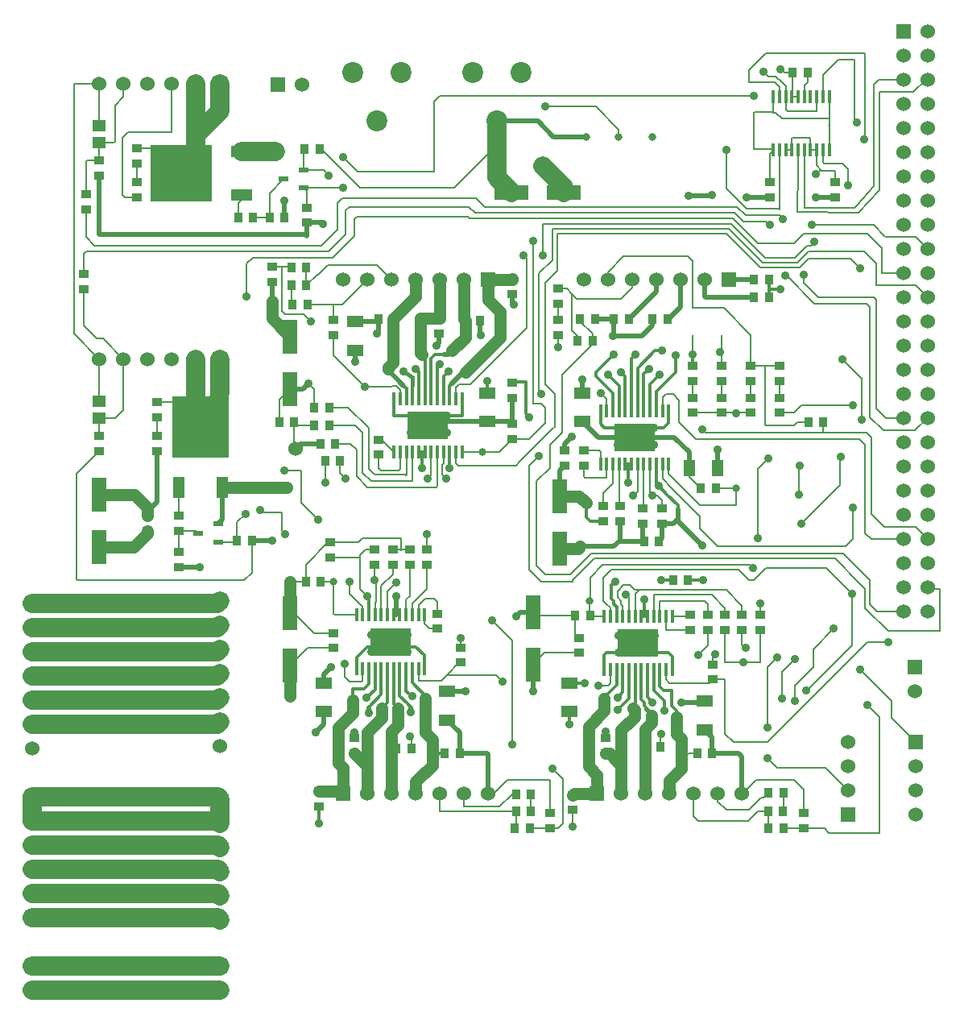
<source format=gtl>
G04 (created by PCBNEW (2013-05-18 BZR 4017)-stable) date Thu 09 Jul 2015 13:05:19 BST*
%MOIN*%
G04 Gerber Fmt 3.4, Leading zero omitted, Abs format*
%FSLAX34Y34*%
G01*
G70*
G90*
G04 APERTURE LIST*
%ADD10C,0.00590551*%
%ADD11R,0.0906X0.0512*%
%ADD12R,0.2559X0.2323*%
%ADD13C,0.0315*%
%ADD14R,0.0165X0.0579*%
%ADD15C,0.06*%
%ADD16R,0.0394X0.0236*%
%ADD17R,0.0709X0.0453*%
%ADD18R,0.0374X0.0394*%
%ADD19R,0.0394X0.0374*%
%ADD20R,0.06X0.06*%
%ADD21R,0.0512X0.0906*%
%ADD22R,0.2323X0.2559*%
%ADD23R,0.1417X0.063*%
%ADD24R,0.063X0.1417*%
%ADD25R,0.0571X0.0453*%
%ADD26C,0.0866*%
%ADD27R,0.1701X0.1181*%
%ADD28C,0.0354*%
%ADD29R,0.0453X0.0709*%
%ADD30C,0.035*%
%ADD31C,0.008*%
%ADD32C,0.0198*%
%ADD33C,0.0137795*%
%ADD34C,0.0787402*%
%ADD35C,0.0488*%
%ADD36C,0.0197*%
%ADD37C,0.015748*%
G04 APERTURE END LIST*
G54D10*
G54D11*
X41500Y-26400D03*
G54D12*
X39000Y-25500D03*
G54D11*
X41500Y-24600D03*
G54D13*
X51450Y-37050D03*
X45300Y-42400D03*
G54D14*
X64522Y-24552D03*
X64778Y-24552D03*
X65034Y-24552D03*
X65290Y-24552D03*
X63758Y-22350D03*
X63754Y-24552D03*
X64010Y-24552D03*
X64266Y-24552D03*
X65546Y-22348D03*
X65290Y-22348D03*
X65034Y-22348D03*
X64778Y-22348D03*
X64522Y-22348D03*
X64266Y-22348D03*
X65546Y-24552D03*
X64010Y-22350D03*
X63498Y-24552D03*
X65802Y-24552D03*
X65802Y-22348D03*
X63498Y-22348D03*
G54D15*
X43708Y-36904D03*
G54D16*
X40516Y-40775D03*
X39684Y-40400D03*
X40516Y-40025D03*
X44066Y-26125D03*
X43234Y-25750D03*
X44066Y-25375D03*
G54D17*
X51650Y-34609D03*
X51650Y-35791D03*
X46200Y-32841D03*
X46200Y-31659D03*
X44900Y-46609D03*
X44900Y-47791D03*
X50000Y-46959D03*
X50000Y-48141D03*
G54D18*
X53415Y-52600D03*
X52785Y-52600D03*
X45365Y-36700D03*
X44735Y-36700D03*
X43535Y-29400D03*
X44165Y-29400D03*
X64285Y-21350D03*
X64915Y-21350D03*
X41965Y-27350D03*
X41335Y-27350D03*
G54D19*
X35600Y-25615D03*
X35600Y-24985D03*
X35600Y-37015D03*
X35600Y-36385D03*
X37150Y-25885D03*
X37150Y-26515D03*
X38000Y-36385D03*
X38000Y-37015D03*
X38900Y-41815D03*
X38900Y-41185D03*
X44200Y-26935D03*
X44200Y-27565D03*
G54D18*
X41285Y-40700D03*
X41915Y-40700D03*
G54D19*
X38900Y-40315D03*
X38900Y-39685D03*
X47750Y-41715D03*
X47750Y-41085D03*
X47000Y-41085D03*
X47000Y-41715D03*
X50550Y-45135D03*
X50550Y-45765D03*
X45300Y-31585D03*
X45300Y-32215D03*
G54D18*
X44935Y-37400D03*
X45565Y-37400D03*
X43265Y-27350D03*
X42635Y-27350D03*
X43585Y-30950D03*
X44215Y-30950D03*
X53465Y-51200D03*
X52835Y-51200D03*
G54D19*
X63350Y-26515D03*
X63350Y-25885D03*
G54D20*
X40600Y-43200D03*
G54D15*
X40600Y-44200D03*
X40600Y-45200D03*
X40600Y-46200D03*
X40600Y-47200D03*
X40600Y-48200D03*
X40600Y-49200D03*
G54D20*
X32829Y-43313D03*
G54D15*
X32829Y-44313D03*
X32829Y-45313D03*
X32829Y-46313D03*
X32829Y-47313D03*
X32829Y-48313D03*
X32829Y-49313D03*
G54D20*
X45700Y-51181D03*
G54D15*
X46700Y-51181D03*
X47700Y-51181D03*
X48700Y-51181D03*
X49700Y-51181D03*
X50700Y-51181D03*
X51700Y-51181D03*
G54D20*
X51700Y-29900D03*
G54D15*
X50700Y-29900D03*
X49700Y-29900D03*
X48700Y-29900D03*
X47700Y-29900D03*
X46700Y-29900D03*
X45700Y-29900D03*
G54D20*
X40600Y-21800D03*
G54D15*
X39600Y-21800D03*
X38600Y-21800D03*
X37600Y-21800D03*
X36600Y-21800D03*
X35600Y-21800D03*
G54D20*
X66600Y-52050D03*
G54D15*
X66600Y-51050D03*
X66600Y-50050D03*
X66600Y-49050D03*
G54D20*
X69400Y-49050D03*
G54D15*
X69400Y-50050D03*
X69400Y-51050D03*
X69400Y-52050D03*
G54D20*
X32829Y-58313D03*
G54D15*
X32829Y-59313D03*
G54D20*
X69350Y-45950D03*
G54D15*
X69350Y-46950D03*
G54D20*
X68874Y-19639D03*
G54D15*
X69874Y-19639D03*
X68874Y-24639D03*
X69874Y-20639D03*
X68874Y-25639D03*
X69874Y-21639D03*
X68874Y-26639D03*
X69874Y-22639D03*
X68874Y-27639D03*
X69874Y-23639D03*
X68874Y-28639D03*
X69874Y-24639D03*
X68874Y-29639D03*
X69874Y-25639D03*
X68874Y-30639D03*
X69874Y-26639D03*
X68874Y-31639D03*
X69874Y-27639D03*
X68874Y-32639D03*
X69874Y-28639D03*
X68874Y-33639D03*
X69874Y-29639D03*
X68874Y-34639D03*
X69874Y-30639D03*
X69874Y-31639D03*
X68874Y-35639D03*
X69874Y-32639D03*
X69874Y-34639D03*
X69874Y-35639D03*
X69874Y-36639D03*
X69874Y-37639D03*
X68874Y-36639D03*
X68874Y-37639D03*
X68874Y-20639D03*
X68874Y-21639D03*
X68874Y-22639D03*
X68874Y-23639D03*
X68874Y-38639D03*
X69874Y-38639D03*
X69874Y-33639D03*
X68874Y-39639D03*
X69874Y-39639D03*
X68874Y-40639D03*
X69874Y-40639D03*
X68874Y-41639D03*
X69874Y-41639D03*
X68874Y-42639D03*
X69874Y-42639D03*
X68874Y-43639D03*
X69874Y-43639D03*
G54D19*
X38000Y-34985D03*
X38000Y-35600D03*
X37150Y-24485D03*
X37150Y-25100D03*
G54D18*
X44165Y-30150D03*
X43550Y-30150D03*
X52835Y-51900D03*
X53450Y-51900D03*
G54D21*
X38900Y-38500D03*
G54D22*
X39800Y-36000D03*
G54D21*
X40700Y-38500D03*
G54D23*
X52667Y-26300D03*
X54833Y-26300D03*
G54D24*
X43500Y-34433D03*
X43500Y-32267D03*
X43500Y-45883D03*
X43500Y-43717D03*
X35600Y-38817D03*
X35600Y-40983D03*
G54D25*
X35600Y-24254D03*
X35600Y-23546D03*
X35600Y-35654D03*
X35600Y-34946D03*
G54D18*
X43665Y-35800D03*
X43035Y-35800D03*
G54D19*
X45300Y-44535D03*
X45300Y-45165D03*
X52700Y-36515D03*
X52700Y-35885D03*
G54D18*
X44765Y-42400D03*
X44135Y-42400D03*
G54D19*
X54250Y-52615D03*
X54250Y-51985D03*
X42750Y-29385D03*
X42750Y-30015D03*
X66050Y-26515D03*
X66050Y-25885D03*
X52700Y-34185D03*
X52700Y-34815D03*
X48450Y-41715D03*
X48450Y-41085D03*
X49150Y-41715D03*
X49150Y-41085D03*
X45150Y-41415D03*
X45150Y-40785D03*
G54D18*
X45115Y-35200D03*
X44485Y-35200D03*
X45115Y-35950D03*
X44485Y-35950D03*
G54D20*
X32829Y-51313D03*
G54D15*
X32829Y-52313D03*
X32829Y-53313D03*
X32829Y-54313D03*
G54D20*
X32829Y-56313D03*
G54D15*
X32829Y-55313D03*
G54D20*
X40600Y-33200D03*
G54D15*
X39600Y-33200D03*
X38600Y-33200D03*
X37600Y-33200D03*
X36600Y-33200D03*
X35600Y-33200D03*
G54D20*
X40600Y-51400D03*
G54D15*
X40600Y-52400D03*
X40600Y-53400D03*
X40600Y-54400D03*
X40600Y-55400D03*
X40600Y-56400D03*
G54D20*
X40600Y-58300D03*
G54D15*
X40600Y-59300D03*
G54D26*
X52050Y-23350D03*
X53050Y-21350D03*
X51050Y-21350D03*
X47100Y-23350D03*
X48100Y-21350D03*
X46100Y-21350D03*
G54D18*
X49885Y-49500D03*
X50515Y-49500D03*
X48515Y-49300D03*
X47885Y-49300D03*
G54D19*
X46150Y-49515D03*
X46150Y-48885D03*
X44700Y-51715D03*
X44700Y-51085D03*
G54D18*
X47765Y-31550D03*
X47135Y-31550D03*
G54D19*
X49650Y-32165D03*
X49650Y-31535D03*
G54D18*
X50735Y-31600D03*
X51365Y-31600D03*
G54D19*
X52700Y-30515D03*
X52700Y-29885D03*
X47150Y-36535D03*
X47150Y-37165D03*
X49600Y-44365D03*
X49600Y-43735D03*
X37600Y-39685D03*
X37600Y-40315D03*
G54D18*
X44715Y-24500D03*
X44085Y-24500D03*
G54D19*
X60150Y-35415D03*
X60150Y-34800D03*
X61350Y-35415D03*
X61350Y-34800D03*
X62550Y-35415D03*
X62550Y-34800D03*
X63750Y-35415D03*
X63750Y-34800D03*
X60150Y-34115D03*
X60150Y-33485D03*
X61350Y-34115D03*
X61350Y-33485D03*
X62550Y-34115D03*
X62550Y-33485D03*
X63750Y-34115D03*
X63750Y-33485D03*
X35050Y-27015D03*
X35050Y-26385D03*
X34950Y-29685D03*
X34950Y-30315D03*
G54D14*
X49072Y-37052D03*
X49328Y-37052D03*
X49584Y-37052D03*
X49840Y-37052D03*
X48308Y-34850D03*
X48304Y-37052D03*
X48560Y-37052D03*
X48816Y-37052D03*
X50096Y-34848D03*
X49840Y-34848D03*
X49584Y-34848D03*
X49328Y-34848D03*
X49072Y-34848D03*
X48816Y-34848D03*
X50096Y-37052D03*
X48560Y-34850D03*
X48048Y-37052D03*
X50352Y-37052D03*
X50352Y-34848D03*
X48048Y-34848D03*
X47793Y-37052D03*
X50607Y-37052D03*
X50607Y-34848D03*
X47793Y-34848D03*
G54D27*
X49200Y-35950D03*
G54D28*
X48500Y-35550D03*
X49000Y-35550D03*
X49500Y-35550D03*
X50000Y-35550D03*
X48750Y-35900D03*
X49250Y-35900D03*
X49750Y-35900D03*
X48500Y-36250D03*
X49000Y-36250D03*
X49500Y-36250D03*
X50000Y-36250D03*
G54D14*
X47778Y-43798D03*
X47522Y-43798D03*
X47266Y-43798D03*
X47010Y-43798D03*
X48542Y-46000D03*
X48546Y-43798D03*
X48290Y-43798D03*
X48034Y-43798D03*
X46754Y-46002D03*
X47010Y-46002D03*
X47266Y-46002D03*
X47522Y-46002D03*
X47778Y-46002D03*
X48034Y-46002D03*
X46754Y-43798D03*
X48290Y-46000D03*
X48802Y-43798D03*
X46498Y-43798D03*
X46498Y-46002D03*
X48802Y-46002D03*
X49057Y-43798D03*
X46243Y-43798D03*
X46243Y-46002D03*
X49057Y-46002D03*
G54D27*
X47650Y-44900D03*
G54D28*
X48350Y-45300D03*
X47850Y-45300D03*
X47350Y-45300D03*
X46850Y-45300D03*
X48100Y-44950D03*
X47600Y-44950D03*
X47100Y-44950D03*
X48350Y-44600D03*
X47850Y-44600D03*
X47350Y-44600D03*
X46850Y-44600D03*
G54D13*
X55900Y-43200D03*
X61950Y-38550D03*
G54D14*
X58028Y-43848D03*
X57772Y-43848D03*
X57516Y-43848D03*
X57260Y-43848D03*
X58792Y-46050D03*
X58796Y-43848D03*
X58540Y-43848D03*
X58284Y-43848D03*
X57004Y-46052D03*
X57260Y-46052D03*
X57516Y-46052D03*
X57772Y-46052D03*
X58028Y-46052D03*
X58284Y-46052D03*
X57004Y-43848D03*
X58540Y-46050D03*
X59052Y-43848D03*
X56748Y-43848D03*
X56748Y-46052D03*
X59052Y-46052D03*
X59307Y-43848D03*
X56493Y-43848D03*
X56493Y-46052D03*
X59307Y-46052D03*
G54D27*
X57900Y-44950D03*
G54D28*
X58600Y-45350D03*
X58100Y-45350D03*
X57600Y-45350D03*
X57100Y-45350D03*
X58350Y-45000D03*
X57850Y-45000D03*
X57350Y-45000D03*
X58600Y-44650D03*
X58100Y-44650D03*
X57600Y-44650D03*
X57100Y-44650D03*
G54D14*
X57622Y-37552D03*
X57878Y-37552D03*
X58134Y-37552D03*
X58390Y-37552D03*
X56858Y-35350D03*
X56854Y-37552D03*
X57110Y-37552D03*
X57366Y-37552D03*
X58646Y-35348D03*
X58390Y-35348D03*
X58134Y-35348D03*
X57878Y-35348D03*
X57622Y-35348D03*
X57366Y-35348D03*
X58646Y-37552D03*
X57110Y-35350D03*
X56598Y-37552D03*
X58902Y-37552D03*
X58902Y-35348D03*
X56598Y-35348D03*
X56343Y-37552D03*
X59157Y-37552D03*
X59157Y-35348D03*
X56343Y-35348D03*
G54D27*
X57750Y-36450D03*
G54D28*
X57050Y-36050D03*
X57550Y-36050D03*
X58050Y-36050D03*
X58550Y-36050D03*
X57300Y-36400D03*
X57800Y-36400D03*
X58300Y-36400D03*
X57050Y-36750D03*
X57550Y-36750D03*
X58050Y-36750D03*
X58550Y-36750D03*
G54D17*
X55600Y-34609D03*
X55600Y-35791D03*
G54D29*
X61191Y-37700D03*
X60009Y-37700D03*
G54D17*
X60650Y-47359D03*
X60650Y-48541D03*
X55050Y-46609D03*
X55050Y-47791D03*
G54D19*
X62200Y-44415D03*
X62200Y-43785D03*
X62950Y-43785D03*
X62950Y-44415D03*
G54D18*
X64935Y-35800D03*
X65565Y-35800D03*
G54D19*
X58900Y-40015D03*
X58900Y-39385D03*
X58100Y-39385D03*
X58100Y-40015D03*
G54D20*
X61650Y-29900D03*
G54D15*
X60650Y-29900D03*
X59650Y-29900D03*
X58650Y-29900D03*
X57650Y-29900D03*
X56650Y-29900D03*
X55650Y-29900D03*
G54D20*
X56200Y-51181D03*
G54D15*
X57200Y-51181D03*
X58200Y-51181D03*
X59200Y-51181D03*
X60200Y-51181D03*
X61200Y-51181D03*
X62200Y-51181D03*
G54D24*
X54650Y-38867D03*
X54650Y-41033D03*
X53550Y-45833D03*
X53550Y-43667D03*
G54D18*
X61115Y-38550D03*
X60485Y-38550D03*
X58485Y-31550D03*
X59115Y-31550D03*
X62685Y-30650D03*
X63315Y-30650D03*
X63315Y-29900D03*
X62685Y-29900D03*
X60335Y-49500D03*
X60965Y-49500D03*
G54D19*
X57150Y-39285D03*
X57150Y-39915D03*
G54D18*
X58815Y-49250D03*
X58185Y-49250D03*
G54D19*
X56450Y-39285D03*
X56450Y-39915D03*
X56550Y-49515D03*
X56550Y-48885D03*
G54D18*
X58765Y-40750D03*
X58135Y-40750D03*
G54D19*
X55200Y-51865D03*
X55200Y-51235D03*
G54D18*
X59335Y-42350D03*
X59965Y-42350D03*
G54D19*
X60050Y-43785D03*
X60050Y-44415D03*
X60800Y-43785D03*
X60800Y-44415D03*
X55650Y-36985D03*
X55650Y-37615D03*
X61500Y-43785D03*
X61500Y-44415D03*
X55450Y-44735D03*
X55450Y-45365D03*
X54850Y-36985D03*
X54850Y-37615D03*
G54D18*
X57515Y-31550D03*
X56885Y-31550D03*
X55915Y-43800D03*
X55285Y-43800D03*
G54D19*
X61000Y-45835D03*
X61000Y-46465D03*
G54D18*
X63915Y-51150D03*
X63285Y-51150D03*
G54D19*
X54600Y-31585D03*
X54600Y-32215D03*
G54D18*
X56015Y-32450D03*
X55385Y-32450D03*
X63915Y-52600D03*
X63285Y-52600D03*
X63285Y-51900D03*
X63900Y-51900D03*
G54D19*
X54600Y-30285D03*
X54600Y-30900D03*
G54D18*
X55485Y-31550D03*
X56115Y-31550D03*
G54D19*
X64750Y-52615D03*
X64750Y-51985D03*
G54D20*
X43000Y-21850D03*
G54D15*
X44000Y-21850D03*
G54D13*
X58500Y-24000D03*
X57100Y-24000D03*
X55750Y-24000D03*
G54D30*
X63800Y-21200D03*
X61100Y-45400D03*
X60550Y-40900D03*
X62350Y-45150D03*
X58850Y-42350D03*
X56950Y-42400D03*
X58150Y-43150D03*
X65250Y-26500D03*
X60000Y-26450D03*
X60950Y-26400D03*
X58750Y-38450D03*
X57500Y-38300D03*
X54600Y-32700D03*
X50550Y-44750D03*
X46700Y-43000D03*
X47900Y-43000D03*
X53400Y-35600D03*
X50100Y-37700D03*
X48950Y-37700D03*
X44950Y-38300D03*
X44850Y-27600D03*
X42750Y-40700D03*
X62400Y-26500D03*
X54050Y-22750D03*
X43300Y-40450D03*
X61300Y-32900D03*
X42250Y-39450D03*
X39750Y-41800D03*
X43250Y-26650D03*
X63350Y-27650D03*
X64000Y-29750D03*
X67100Y-46050D03*
X63900Y-27400D03*
X64750Y-29700D03*
X54350Y-50150D03*
X64600Y-37600D03*
X64550Y-38800D03*
X63850Y-47250D03*
X64400Y-45600D03*
X45750Y-45800D03*
X66350Y-33200D03*
X52300Y-46550D03*
X67150Y-35700D03*
X45700Y-24850D03*
X45700Y-26100D03*
X62700Y-22300D03*
X66600Y-26000D03*
X43250Y-37800D03*
X44650Y-39850D03*
X52700Y-49150D03*
X51850Y-44000D03*
X45950Y-42400D03*
X65200Y-28350D03*
X65100Y-27650D03*
X53950Y-28900D03*
X53150Y-28900D03*
X53900Y-34650D03*
X46600Y-34350D03*
X41650Y-39600D03*
X41700Y-30600D03*
X61550Y-24550D03*
X53550Y-28300D03*
X66300Y-37250D03*
X64650Y-40000D03*
X63250Y-49700D03*
X63250Y-48450D03*
X63650Y-45550D03*
X67100Y-29450D03*
X44350Y-31650D03*
X53800Y-37200D03*
X56350Y-34600D03*
X60550Y-36100D03*
X58900Y-32850D03*
X59450Y-33050D03*
X57800Y-33000D03*
X56900Y-33000D03*
X67250Y-24100D03*
X64400Y-47350D03*
X66000Y-44350D03*
X66800Y-39350D03*
X56250Y-46700D03*
X68250Y-44900D03*
X63300Y-37300D03*
X62850Y-40600D03*
X62650Y-41850D03*
X66950Y-23400D03*
X64850Y-46900D03*
X66750Y-42900D03*
X67400Y-47500D03*
X65250Y-25550D03*
X62250Y-45750D03*
X60600Y-42350D03*
X52850Y-43850D03*
X55050Y-48300D03*
X58850Y-48700D03*
X56550Y-48600D03*
X55200Y-52550D03*
X63100Y-21300D03*
X61950Y-35450D03*
X55500Y-40950D03*
X55150Y-36400D03*
X63800Y-30300D03*
X56850Y-32250D03*
X44550Y-48650D03*
X43500Y-42400D03*
X48450Y-48800D03*
X44700Y-52400D03*
X46150Y-48650D03*
X52750Y-30950D03*
X51400Y-32200D03*
X49550Y-32650D03*
X47100Y-32150D03*
X42750Y-30800D03*
X53950Y-25200D03*
X36950Y-41000D03*
X43350Y-38500D03*
X42900Y-24600D03*
X45100Y-25600D03*
X57200Y-33750D03*
X55600Y-34050D03*
X57050Y-47700D03*
X55700Y-46600D03*
X58500Y-38850D03*
X57700Y-38850D03*
X62950Y-43300D03*
X57400Y-42950D03*
X58500Y-47400D03*
X59700Y-47400D03*
X46200Y-33300D03*
X48700Y-33600D03*
X51650Y-34100D03*
X49700Y-33400D03*
X61200Y-36950D03*
X58350Y-33600D03*
X45200Y-45950D03*
X46750Y-47850D03*
X50750Y-46950D03*
X48500Y-47800D03*
X47000Y-42350D03*
X47900Y-42450D03*
X45800Y-38150D03*
X49200Y-38150D03*
X49950Y-38150D03*
X66800Y-35100D03*
X60400Y-45450D03*
X53550Y-46950D03*
X59000Y-47750D03*
X57050Y-47200D03*
X55750Y-39150D03*
X60150Y-33000D03*
X58800Y-33850D03*
X56650Y-33850D03*
X49150Y-40450D03*
X48550Y-47150D03*
X46650Y-47200D03*
X43500Y-47150D03*
X50050Y-33700D03*
X44250Y-34200D03*
X48200Y-33700D03*
X37050Y-38800D03*
G54D31*
X63950Y-21350D02*
X64285Y-21350D01*
X63800Y-21200D02*
X63950Y-21350D01*
X60150Y-31085D02*
X61435Y-31085D01*
X56650Y-29900D02*
X56650Y-29600D01*
X60150Y-29150D02*
X60150Y-31000D01*
X59950Y-28950D02*
X60150Y-29150D01*
X57300Y-28950D02*
X59950Y-28950D01*
X56650Y-29600D02*
X57300Y-28950D01*
X60150Y-31000D02*
X60150Y-31085D01*
X61435Y-31085D02*
X62550Y-32200D01*
X62550Y-32200D02*
X62550Y-33485D01*
X61000Y-45835D02*
X61000Y-45500D01*
X61000Y-45500D02*
X61100Y-45400D01*
X61200Y-51181D02*
X61200Y-51500D01*
X61200Y-51500D02*
X61550Y-51850D01*
X61550Y-51850D02*
X62500Y-51850D01*
X62500Y-51850D02*
X63000Y-51350D01*
X63000Y-51350D02*
X63085Y-51350D01*
X63085Y-51350D02*
X63285Y-51150D01*
G54D32*
X59550Y-39800D02*
X59550Y-39900D01*
X59550Y-39900D02*
X60550Y-40900D01*
G54D31*
X62200Y-44415D02*
X62200Y-45000D01*
X62200Y-45000D02*
X62350Y-45150D01*
G54D33*
X59335Y-42350D02*
X58850Y-42350D01*
X56800Y-43100D02*
X56800Y-42550D01*
X56900Y-43200D02*
X56800Y-43100D01*
X57004Y-43848D02*
X57004Y-43454D01*
X57004Y-43454D02*
X56900Y-43350D01*
X56900Y-43350D02*
X56900Y-43200D01*
X56800Y-42550D02*
X56950Y-42400D01*
X58150Y-43848D02*
X58150Y-43150D01*
X58028Y-43848D02*
X58150Y-43848D01*
X58150Y-43848D02*
X58284Y-43848D01*
X59550Y-39400D02*
X59550Y-39250D01*
X59550Y-39250D02*
X59100Y-38800D01*
G54D31*
X64935Y-35800D02*
X64500Y-35800D01*
X63150Y-35900D02*
X63150Y-33485D01*
X63200Y-35950D02*
X63150Y-35900D01*
X64350Y-35950D02*
X63200Y-35950D01*
X64500Y-35800D02*
X64350Y-35950D01*
G54D32*
X66050Y-26515D02*
X65265Y-26515D01*
X65265Y-26515D02*
X65250Y-26500D01*
X60950Y-26400D02*
X60900Y-26450D01*
X60900Y-26450D02*
X60000Y-26450D01*
X59550Y-39400D02*
X59550Y-39800D01*
X59550Y-39800D02*
X59335Y-40015D01*
X58900Y-40015D02*
X59335Y-40015D01*
G54D33*
X59100Y-38800D02*
X58750Y-38450D01*
X58646Y-37552D02*
X58646Y-38346D01*
X58646Y-38346D02*
X58750Y-38450D01*
G54D32*
X58900Y-40015D02*
X58900Y-40615D01*
X58900Y-40615D02*
X58765Y-40750D01*
G54D33*
X57500Y-37552D02*
X57500Y-38300D01*
X57366Y-37552D02*
X57500Y-37552D01*
X57500Y-37552D02*
X57622Y-37552D01*
G54D31*
X62550Y-33485D02*
X63150Y-33485D01*
X63150Y-33485D02*
X63750Y-33485D01*
X54600Y-32700D02*
X54600Y-32215D01*
X50550Y-44750D02*
X50550Y-45135D01*
X45150Y-41415D02*
X46400Y-41415D01*
X46400Y-41415D02*
X46400Y-41450D01*
X47000Y-41085D02*
X46615Y-41085D01*
X46400Y-42700D02*
X46700Y-43000D01*
X46400Y-41300D02*
X46400Y-41450D01*
X46400Y-41450D02*
X46400Y-42700D01*
X46615Y-41085D02*
X46400Y-41300D01*
G54D33*
X46754Y-43798D02*
X46754Y-43054D01*
G54D32*
X47900Y-43000D02*
X47900Y-43798D01*
G54D33*
X46754Y-43054D02*
X46700Y-43000D01*
X48034Y-43798D02*
X47900Y-43798D01*
X47900Y-43798D02*
X47778Y-43798D01*
X53400Y-35600D02*
X53250Y-35450D01*
X53250Y-35450D02*
X53250Y-34150D01*
X53250Y-34150D02*
X52735Y-34150D01*
X52735Y-34150D02*
X52700Y-34185D01*
G54D31*
X52735Y-34150D02*
X52700Y-34185D01*
X50700Y-51181D02*
X50700Y-51719D01*
X52669Y-51200D02*
X52835Y-51200D01*
X52150Y-51719D02*
X52669Y-51200D01*
X50700Y-51719D02*
X52150Y-51719D01*
G54D33*
X48950Y-37052D02*
X48950Y-37700D01*
X50096Y-37696D02*
X50096Y-37052D01*
X50100Y-37700D02*
X50096Y-37696D01*
X48816Y-37052D02*
X48950Y-37052D01*
X48950Y-37052D02*
X49072Y-37052D01*
G54D31*
X44935Y-37400D02*
X44935Y-38285D01*
X44935Y-38285D02*
X44950Y-38300D01*
X45300Y-31585D02*
X45300Y-30950D01*
X45250Y-30950D02*
X45300Y-30950D01*
X45300Y-30950D02*
X45650Y-30950D01*
X45650Y-30950D02*
X46700Y-29900D01*
X44215Y-30950D02*
X45250Y-30950D01*
G54D32*
X44815Y-27565D02*
X44200Y-27565D01*
X44850Y-27600D02*
X44815Y-27565D01*
G54D31*
X64522Y-22348D02*
X64266Y-22348D01*
G54D32*
X42750Y-40700D02*
X41915Y-40700D01*
X63350Y-26515D02*
X62415Y-26515D01*
X62415Y-26515D02*
X62400Y-26500D01*
G54D31*
X64285Y-21350D02*
X64285Y-22329D01*
X64285Y-22329D02*
X64266Y-22348D01*
G54D34*
X32829Y-48313D02*
X40487Y-48313D01*
X40487Y-48313D02*
X40600Y-48200D01*
G54D31*
X41915Y-40700D02*
X41915Y-42035D01*
X41915Y-42035D02*
X41600Y-42350D01*
X41600Y-42350D02*
X34700Y-42350D01*
X34700Y-42350D02*
X34650Y-42300D01*
X34650Y-42300D02*
X34650Y-37965D01*
X34650Y-37965D02*
X35600Y-37015D01*
G54D32*
X44200Y-28000D02*
X44150Y-28000D01*
X44200Y-27565D02*
X44200Y-28100D01*
X44150Y-28050D02*
X35600Y-28050D01*
X44200Y-28100D02*
X44150Y-28050D01*
X35600Y-28050D02*
X35600Y-25615D01*
G54D31*
X35600Y-28050D02*
X35600Y-28050D01*
X57100Y-24000D02*
X57100Y-23700D01*
X56150Y-22750D02*
X54050Y-22750D01*
X57100Y-23700D02*
X56150Y-22750D01*
X61350Y-32200D02*
X61350Y-32850D01*
X61350Y-32850D02*
X61300Y-32900D01*
X43150Y-39550D02*
X42350Y-39550D01*
X43300Y-40450D02*
X43150Y-40300D01*
X43150Y-40300D02*
X43150Y-39550D01*
X61350Y-32950D02*
X61300Y-32900D01*
X61350Y-33485D02*
X61350Y-32950D01*
X42350Y-39550D02*
X42250Y-39450D01*
G54D32*
X38900Y-41815D02*
X39735Y-41815D01*
X39735Y-41815D02*
X39750Y-41800D01*
X43265Y-26665D02*
X43265Y-27350D01*
X43250Y-26650D02*
X43265Y-26665D01*
G54D31*
X64000Y-29750D02*
X64050Y-29750D01*
X67500Y-31050D02*
X67500Y-35600D01*
X67350Y-30900D02*
X67500Y-31050D01*
X65200Y-30900D02*
X67350Y-30900D01*
X64050Y-29750D02*
X65200Y-30900D01*
X62850Y-27500D02*
X63200Y-27500D01*
X63200Y-27500D02*
X63350Y-27650D01*
X67500Y-35600D02*
X68050Y-36150D01*
X68050Y-36150D02*
X69363Y-36150D01*
X69363Y-36150D02*
X69874Y-35639D01*
X61250Y-27150D02*
X61900Y-27150D01*
X62250Y-27500D02*
X62300Y-27500D01*
X61900Y-27150D02*
X62250Y-27500D01*
X62850Y-27500D02*
X62300Y-27500D01*
X51150Y-27150D02*
X61250Y-27150D01*
X45100Y-28750D02*
X40800Y-28750D01*
X45800Y-28050D02*
X45100Y-28750D01*
X45800Y-27050D02*
X45800Y-28050D01*
X45950Y-26900D02*
X45800Y-27050D01*
X50900Y-26900D02*
X45950Y-26900D01*
X51150Y-27150D02*
X50900Y-26900D01*
X40800Y-28750D02*
X35050Y-28750D01*
X34950Y-28850D02*
X34950Y-29685D01*
X35050Y-28750D02*
X34950Y-28850D01*
X40800Y-28750D02*
X40765Y-28750D01*
X68400Y-48050D02*
X69400Y-49050D01*
X68400Y-47350D02*
X68400Y-48050D01*
X67100Y-46050D02*
X68400Y-47350D01*
X64750Y-29700D02*
X64750Y-30050D01*
X67750Y-35250D02*
X67950Y-35450D01*
X67750Y-30750D02*
X67750Y-35250D01*
X67650Y-30650D02*
X67750Y-30750D01*
X65350Y-30650D02*
X67650Y-30650D01*
X64750Y-30050D02*
X65350Y-30650D01*
X63600Y-27250D02*
X63750Y-27250D01*
X63750Y-27250D02*
X63900Y-27400D01*
X64750Y-29700D02*
X64800Y-29750D01*
X51550Y-26900D02*
X53800Y-26900D01*
X35050Y-27015D02*
X35050Y-28150D01*
X35050Y-28150D02*
X35400Y-28500D01*
X35400Y-28500D02*
X44800Y-28500D01*
X44800Y-28500D02*
X45450Y-27850D01*
X45450Y-27850D02*
X45450Y-26750D01*
X45450Y-26750D02*
X45650Y-26550D01*
X45650Y-26550D02*
X51200Y-26550D01*
X51200Y-26550D02*
X51550Y-26900D01*
X53800Y-26900D02*
X61500Y-26900D01*
X63600Y-27250D02*
X62350Y-27250D01*
X62000Y-26900D02*
X62350Y-27250D01*
X61500Y-26900D02*
X62000Y-26900D01*
X68139Y-35639D02*
X68874Y-35639D01*
X67950Y-35450D02*
X68139Y-35639D01*
X54565Y-52615D02*
X54585Y-52615D01*
X54585Y-52615D02*
X54775Y-52425D01*
X54350Y-50150D02*
X54775Y-50575D01*
X54775Y-50575D02*
X54775Y-52425D01*
X54250Y-52615D02*
X54565Y-52615D01*
X53415Y-52600D02*
X54235Y-52600D01*
X54235Y-52600D02*
X54250Y-52615D01*
X64600Y-37600D02*
X64550Y-37650D01*
X64550Y-37650D02*
X64550Y-38800D01*
X63850Y-46150D02*
X63850Y-47250D01*
X64400Y-45600D02*
X63850Y-46150D01*
G54D34*
X32829Y-51313D02*
X32829Y-52313D01*
X40600Y-51400D02*
X40600Y-52400D01*
X32829Y-52313D02*
X40513Y-52313D01*
X40513Y-52313D02*
X40600Y-52400D01*
X32829Y-51313D02*
X40513Y-51313D01*
X40513Y-51313D02*
X40600Y-51400D01*
X32829Y-44313D02*
X40487Y-44313D01*
X40487Y-44313D02*
X40600Y-44200D01*
X32829Y-43313D02*
X40487Y-43313D01*
X40487Y-43313D02*
X40600Y-43200D01*
X32829Y-45313D02*
X40487Y-45313D01*
X40487Y-45313D02*
X40600Y-45200D01*
X32829Y-46313D02*
X40487Y-46313D01*
X40487Y-46313D02*
X40600Y-46200D01*
X32829Y-47313D02*
X40487Y-47313D01*
X40487Y-47313D02*
X40600Y-47200D01*
X32829Y-55313D02*
X40513Y-55313D01*
X40513Y-55313D02*
X40600Y-55400D01*
X40600Y-21800D02*
X40600Y-22950D01*
X40600Y-22950D02*
X39600Y-23950D01*
X39600Y-21800D02*
X39600Y-23950D01*
X39600Y-23950D02*
X39600Y-24900D01*
X39600Y-24900D02*
X39000Y-25500D01*
G54D31*
X37150Y-24485D02*
X37985Y-24485D01*
X37985Y-24485D02*
X39000Y-25500D01*
X46498Y-46502D02*
X46450Y-46550D01*
X46498Y-46002D02*
X46498Y-46502D01*
X45750Y-46350D02*
X45750Y-45800D01*
X45950Y-46550D02*
X45750Y-46350D01*
X46450Y-46550D02*
X45950Y-46550D01*
X67150Y-34550D02*
X67150Y-34000D01*
X67150Y-34000D02*
X66350Y-33200D01*
X52025Y-46275D02*
X52300Y-46550D01*
X49975Y-46275D02*
X52025Y-46275D01*
X67150Y-34550D02*
X67150Y-35700D01*
X50550Y-45765D02*
X50485Y-45765D01*
X50485Y-45765D02*
X49975Y-46275D01*
X49975Y-46275D02*
X49750Y-46500D01*
X48802Y-46502D02*
X48804Y-46500D01*
X48802Y-46002D02*
X48802Y-46502D01*
X48804Y-46500D02*
X49750Y-46500D01*
G54D33*
X47522Y-46202D02*
X47522Y-47428D01*
G54D35*
X46700Y-48650D02*
X47300Y-48050D01*
X47300Y-48050D02*
X47300Y-47650D01*
X46700Y-48650D02*
X46700Y-50100D01*
G54D33*
X47522Y-47428D02*
X47300Y-47650D01*
G54D35*
X46700Y-51181D02*
X46700Y-50100D01*
X46700Y-50100D02*
X46700Y-50065D01*
X46700Y-50065D02*
X46150Y-49515D01*
X45500Y-48450D02*
X46100Y-47850D01*
G54D33*
X46100Y-46850D02*
X46100Y-47300D01*
G54D35*
X45700Y-50100D02*
X45500Y-49900D01*
X45500Y-49900D02*
X45500Y-48450D01*
X46100Y-47850D02*
X46100Y-47300D01*
X45700Y-50100D02*
X45700Y-51181D01*
G54D33*
X46754Y-46646D02*
X46550Y-46850D01*
X46550Y-46850D02*
X46100Y-46850D01*
X46754Y-46002D02*
X46754Y-46646D01*
G54D35*
X44700Y-51085D02*
X45603Y-51085D01*
X45603Y-51085D02*
X45700Y-51181D01*
G54D33*
X47778Y-46202D02*
X47778Y-47478D01*
G54D35*
X47700Y-49485D02*
X47700Y-48600D01*
X47700Y-48600D02*
X47950Y-48350D01*
X47950Y-48350D02*
X47950Y-47650D01*
X47700Y-50115D02*
X47700Y-51181D01*
X47700Y-50115D02*
X47700Y-49485D01*
G54D33*
X47778Y-47478D02*
X47950Y-47650D01*
X49885Y-49500D02*
X49700Y-49500D01*
X49700Y-49500D02*
X49400Y-49800D01*
G54D35*
X49400Y-48950D02*
X49400Y-49800D01*
X49400Y-49800D02*
X49400Y-50000D01*
X49100Y-50300D02*
X49100Y-50285D01*
X49400Y-50000D02*
X49100Y-50300D01*
G54D33*
X48542Y-46200D02*
X48542Y-46592D01*
G54D35*
X49400Y-48950D02*
X49100Y-48650D01*
X49100Y-48650D02*
X49100Y-47250D01*
G54D33*
X49100Y-47150D02*
X49100Y-47250D01*
X48542Y-46592D02*
X49100Y-47150D01*
G54D35*
X48700Y-51181D02*
X48700Y-50685D01*
X48700Y-50685D02*
X49100Y-50285D01*
G54D31*
X49450Y-25450D02*
X46300Y-25450D01*
X46300Y-25450D02*
X45700Y-24850D01*
X45700Y-26100D02*
X45675Y-26125D01*
X45675Y-26125D02*
X44775Y-26125D01*
X60250Y-22300D02*
X49700Y-22300D01*
X62700Y-22300D02*
X60250Y-22300D01*
X49450Y-22550D02*
X49450Y-25450D01*
X49700Y-22300D02*
X49450Y-22550D01*
X44066Y-26125D02*
X44775Y-26125D01*
X44200Y-26935D02*
X44200Y-26259D01*
X44200Y-26259D02*
X44066Y-26125D01*
X65546Y-25046D02*
X65600Y-25100D01*
X65600Y-25100D02*
X66350Y-25100D01*
X65546Y-24552D02*
X65546Y-25046D01*
X66600Y-25350D02*
X66600Y-26000D01*
X66350Y-25100D02*
X66600Y-25350D01*
X43950Y-37800D02*
X43950Y-39150D01*
X43250Y-37800D02*
X43950Y-37800D01*
X43950Y-39150D02*
X44650Y-39850D01*
X45300Y-42400D02*
X44765Y-42400D01*
X45300Y-42400D02*
X45265Y-42400D01*
X45300Y-42400D02*
X45300Y-43750D01*
X45348Y-43798D02*
X46243Y-43798D01*
X45348Y-43798D02*
X45300Y-43750D01*
X52700Y-44850D02*
X52700Y-49150D01*
X51850Y-44000D02*
X52700Y-44850D01*
X46498Y-43448D02*
X45950Y-42900D01*
X45950Y-42900D02*
X45950Y-42400D01*
X46498Y-43798D02*
X46498Y-43448D01*
X52835Y-51900D02*
X52835Y-52550D01*
X52835Y-52550D02*
X52785Y-52600D01*
X49700Y-51181D02*
X49700Y-51900D01*
X49750Y-51900D02*
X52835Y-51900D01*
X49700Y-51900D02*
X49750Y-51900D01*
X35600Y-24985D02*
X35085Y-24985D01*
X35050Y-25020D02*
X35050Y-26385D01*
X35085Y-24985D02*
X35050Y-25020D01*
X36600Y-21800D02*
X36600Y-22350D01*
X36196Y-24254D02*
X35600Y-24254D01*
X36250Y-24200D02*
X36196Y-24254D01*
X36250Y-22700D02*
X36250Y-24200D01*
X36600Y-22350D02*
X36250Y-22700D01*
X35600Y-24985D02*
X35600Y-24254D01*
X38000Y-34985D02*
X38785Y-34985D01*
X38785Y-34985D02*
X39800Y-36000D01*
G54D34*
X39600Y-33200D02*
X39600Y-35800D01*
G54D35*
X39600Y-35800D02*
X39800Y-36000D01*
X39800Y-36000D02*
X39800Y-35400D01*
G54D34*
X40600Y-34600D02*
X40600Y-33200D01*
G54D35*
X39800Y-35400D02*
X40600Y-34600D01*
G54D31*
X66300Y-27650D02*
X65100Y-27650D01*
X68150Y-28150D02*
X68100Y-28100D01*
X68200Y-28150D02*
X69385Y-28150D01*
X69874Y-28639D02*
X69385Y-28150D01*
X68200Y-28150D02*
X68150Y-28150D01*
X66300Y-27650D02*
X67650Y-27650D01*
X67650Y-27650D02*
X68100Y-28100D01*
X65200Y-28350D02*
X65050Y-28500D01*
X65050Y-28500D02*
X64900Y-28500D01*
X62350Y-28200D02*
X63150Y-29000D01*
X64900Y-28500D02*
X65050Y-28500D01*
X64400Y-29000D02*
X64900Y-28500D01*
X63150Y-29000D02*
X64400Y-29000D01*
X60800Y-27600D02*
X61750Y-27600D01*
X61750Y-27600D02*
X62350Y-28200D01*
X53950Y-28900D02*
X53950Y-27600D01*
X53950Y-27600D02*
X60800Y-27600D01*
X52050Y-33150D02*
X53300Y-31900D01*
X50352Y-34848D02*
X50352Y-34398D01*
X50500Y-34250D02*
X50950Y-34250D01*
X50352Y-34398D02*
X50500Y-34250D01*
X52050Y-33150D02*
X50950Y-34250D01*
X53300Y-29050D02*
X53150Y-28900D01*
X53300Y-31900D02*
X53300Y-29050D01*
X67750Y-30150D02*
X67750Y-29250D01*
X67250Y-28750D02*
X65950Y-28750D01*
X67750Y-29250D02*
X67250Y-28750D01*
X62350Y-28500D02*
X63050Y-29200D01*
X53800Y-29650D02*
X54350Y-29100D01*
X53800Y-34550D02*
X53800Y-29650D01*
X53900Y-34650D02*
X53800Y-34550D01*
X54350Y-27800D02*
X54350Y-29100D01*
X60450Y-27800D02*
X54350Y-27800D01*
X60450Y-27800D02*
X61650Y-27800D01*
X64950Y-28750D02*
X65950Y-28750D01*
X61650Y-27800D02*
X62350Y-28500D01*
X63050Y-29200D02*
X64500Y-29200D01*
X64500Y-29200D02*
X64950Y-28750D01*
X69400Y-30150D02*
X69400Y-30165D01*
X67750Y-30150D02*
X69400Y-30150D01*
X69400Y-30165D02*
X69874Y-30639D01*
X47150Y-34350D02*
X47687Y-34350D01*
X47687Y-34350D02*
X47718Y-34318D01*
X46600Y-34350D02*
X47150Y-34350D01*
X45300Y-32215D02*
X45300Y-33050D01*
X45300Y-33050D02*
X46600Y-34350D01*
X48048Y-34485D02*
X48048Y-34848D01*
X47718Y-34318D02*
X47881Y-34318D01*
X47881Y-34318D02*
X48048Y-34485D01*
G54D33*
X49328Y-34848D02*
X49328Y-33172D01*
G54D32*
X50050Y-33000D02*
X50200Y-32850D01*
G54D35*
X50200Y-32850D02*
X50735Y-32315D01*
X50735Y-32315D02*
X50735Y-31600D01*
G54D32*
X49850Y-33000D02*
X50050Y-33000D01*
G54D33*
X49500Y-33000D02*
X49850Y-33000D01*
X49328Y-33172D02*
X49500Y-33000D01*
G54D35*
X50700Y-29900D02*
X50700Y-31565D01*
X50700Y-31565D02*
X50735Y-31600D01*
G54D32*
X50750Y-33750D02*
X50650Y-33750D01*
X50650Y-33750D02*
X50150Y-34250D01*
G54D33*
X50096Y-34304D02*
X50150Y-34250D01*
X50096Y-34848D02*
X50096Y-34304D01*
G54D35*
X52200Y-31250D02*
X52200Y-32300D01*
X51700Y-29900D02*
X51700Y-30750D01*
X51700Y-30750D02*
X52200Y-31250D01*
X52200Y-32300D02*
X50750Y-33750D01*
X51700Y-29900D02*
X52685Y-29900D01*
X52685Y-29900D02*
X52700Y-29885D01*
G54D33*
X49072Y-34848D02*
X49072Y-33072D01*
X49072Y-33072D02*
X48900Y-32900D01*
X49100Y-33100D02*
X48900Y-32900D01*
G54D35*
X48900Y-31500D02*
X48900Y-32900D01*
X49700Y-31485D02*
X49685Y-31500D01*
X49685Y-31500D02*
X48900Y-31500D01*
X49700Y-29900D02*
X49700Y-31485D01*
X48900Y-32900D02*
X48900Y-32950D01*
X48900Y-32950D02*
X48950Y-33000D01*
G54D33*
X48308Y-34850D02*
X48308Y-34408D01*
X48308Y-34408D02*
X48200Y-34300D01*
G54D32*
X47550Y-33600D02*
X47550Y-33650D01*
G54D35*
X47765Y-33335D02*
X47550Y-33550D01*
X47550Y-33550D02*
X47550Y-33600D01*
X47765Y-31550D02*
X47765Y-33335D01*
G54D31*
X48308Y-34408D02*
X48200Y-34300D01*
G54D32*
X47550Y-33650D02*
X48200Y-34300D01*
G54D35*
X48700Y-29900D02*
X48700Y-30615D01*
X48700Y-30615D02*
X47765Y-31550D01*
G54D31*
X68000Y-29639D02*
X68000Y-28600D01*
X67400Y-28000D02*
X66100Y-28000D01*
X68000Y-28600D02*
X67400Y-28000D01*
X64750Y-28000D02*
X64450Y-28300D01*
X66100Y-28000D02*
X64750Y-28000D01*
X62300Y-27850D02*
X62850Y-28400D01*
X62850Y-28400D02*
X64350Y-28400D01*
X64350Y-28400D02*
X64450Y-28300D01*
X68000Y-29639D02*
X68874Y-29639D01*
X61075Y-27375D02*
X61825Y-27375D01*
X41700Y-30600D02*
X41700Y-29250D01*
X50850Y-27300D02*
X50925Y-27375D01*
X46250Y-27300D02*
X50850Y-27300D01*
X46150Y-27400D02*
X46250Y-27300D01*
X46150Y-28100D02*
X46150Y-27400D01*
X45250Y-29000D02*
X46150Y-28100D01*
X41950Y-29000D02*
X45250Y-29000D01*
X41700Y-29250D02*
X41950Y-29000D01*
X41285Y-39965D02*
X41650Y-39600D01*
X41285Y-40700D02*
X41285Y-39965D01*
X50925Y-27375D02*
X61075Y-27375D01*
X61825Y-27375D02*
X62300Y-27850D01*
X40516Y-40775D02*
X41210Y-40775D01*
X41210Y-40775D02*
X41285Y-40700D01*
X63754Y-26996D02*
X62396Y-26996D01*
X62396Y-26996D02*
X61550Y-26150D01*
X53385Y-36515D02*
X52700Y-36515D01*
X53550Y-35050D02*
X53550Y-28300D01*
X53385Y-36515D02*
X53550Y-36350D01*
X61550Y-26150D02*
X61550Y-24550D01*
X54050Y-35850D02*
X54050Y-35200D01*
X54050Y-35200D02*
X53900Y-35050D01*
X53900Y-35050D02*
X53550Y-35050D01*
X53550Y-36350D02*
X54050Y-35850D01*
X63754Y-24552D02*
X63754Y-26996D01*
X63754Y-26996D02*
X63750Y-27000D01*
X51450Y-37050D02*
X52165Y-37050D01*
X52165Y-37050D02*
X52700Y-36515D01*
X50607Y-37052D02*
X51448Y-37052D01*
X51448Y-37052D02*
X51450Y-37050D01*
X66300Y-37250D02*
X66250Y-37300D01*
X66250Y-37300D02*
X66250Y-38400D01*
X66250Y-38400D02*
X64650Y-40000D01*
X65650Y-50100D02*
X66600Y-51050D01*
X63650Y-50100D02*
X65650Y-50100D01*
X63250Y-49700D02*
X63650Y-50100D01*
X63250Y-45950D02*
X63250Y-48450D01*
X63650Y-45550D02*
X63250Y-45950D01*
X64950Y-29050D02*
X66700Y-29050D01*
X64600Y-29400D02*
X62950Y-29400D01*
X64950Y-29050D02*
X64600Y-29400D01*
X62250Y-28700D02*
X62950Y-29400D01*
X66700Y-29050D02*
X67100Y-29450D01*
X54450Y-34650D02*
X54450Y-36000D01*
X50352Y-37502D02*
X50450Y-37600D01*
X50352Y-37052D02*
X50352Y-37502D01*
X53700Y-36750D02*
X54400Y-36050D01*
X53700Y-36750D02*
X53000Y-37450D01*
X50450Y-37600D02*
X52450Y-37600D01*
X52850Y-37600D02*
X52450Y-37600D01*
X53000Y-37450D02*
X52850Y-37600D01*
X54550Y-28000D02*
X60250Y-28000D01*
X54550Y-29550D02*
X54550Y-28000D01*
X61550Y-28000D02*
X60250Y-28000D01*
X61550Y-28000D02*
X62250Y-28700D01*
X62250Y-28700D02*
X62350Y-28800D01*
X54350Y-29750D02*
X54050Y-30050D01*
X54050Y-30050D02*
X54050Y-34250D01*
X54050Y-34250D02*
X54450Y-34650D01*
X54550Y-29550D02*
X54350Y-29750D01*
X54450Y-36000D02*
X54400Y-36050D01*
X62350Y-28800D02*
X62400Y-28850D01*
X55200Y-42400D02*
X55200Y-42350D01*
X66050Y-41450D02*
X67100Y-42500D01*
X56100Y-41450D02*
X66050Y-41450D01*
X55200Y-42350D02*
X56100Y-41450D01*
X53500Y-42000D02*
X53400Y-41900D01*
X53500Y-42000D02*
X53900Y-42400D01*
X53900Y-42400D02*
X55200Y-42400D01*
X68250Y-44450D02*
X70400Y-44450D01*
X67300Y-43500D02*
X68250Y-44450D01*
X67300Y-42700D02*
X67300Y-43500D01*
X67100Y-42500D02*
X67300Y-42700D01*
X70400Y-42700D02*
X69935Y-42700D01*
X70400Y-44450D02*
X70400Y-42700D01*
X43300Y-31350D02*
X44050Y-31350D01*
X43150Y-31200D02*
X43300Y-31350D01*
X43150Y-29385D02*
X43150Y-31200D01*
X44050Y-31350D02*
X44350Y-31650D01*
X53800Y-37200D02*
X53400Y-37600D01*
X53400Y-37600D02*
X53400Y-41900D01*
X69935Y-42700D02*
X69874Y-42639D01*
X42750Y-29385D02*
X43150Y-29385D01*
X43150Y-29385D02*
X43520Y-29385D01*
X43520Y-29385D02*
X43535Y-29400D01*
X46800Y-29300D02*
X47100Y-29300D01*
X46800Y-29300D02*
X45050Y-29300D01*
X45050Y-29300D02*
X44650Y-29700D01*
X44650Y-29700D02*
X44615Y-29700D01*
X44165Y-30150D02*
X44615Y-29700D01*
X47100Y-29300D02*
X47700Y-29900D01*
X44165Y-29400D02*
X44165Y-30150D01*
X36600Y-33200D02*
X35750Y-32350D01*
X34950Y-31800D02*
X34950Y-30315D01*
X35500Y-32350D02*
X34950Y-31800D01*
X35750Y-32350D02*
X35500Y-32350D01*
X35600Y-35654D02*
X35600Y-36385D01*
X36600Y-33200D02*
X36600Y-35300D01*
X36246Y-35654D02*
X35600Y-35654D01*
X36600Y-35300D02*
X36246Y-35654D01*
X67000Y-36500D02*
X67050Y-36500D01*
X67050Y-36500D02*
X67300Y-36750D01*
X67300Y-36750D02*
X67300Y-40400D01*
X68200Y-40650D02*
X68200Y-40639D01*
X67550Y-40650D02*
X68200Y-40650D01*
X67300Y-40400D02*
X67550Y-40650D01*
X64400Y-36500D02*
X67000Y-36500D01*
X58902Y-34798D02*
X59050Y-34650D01*
X59050Y-34650D02*
X59350Y-34650D01*
X59350Y-34650D02*
X59600Y-34900D01*
X59600Y-34900D02*
X59600Y-35800D01*
X59600Y-35800D02*
X60300Y-36500D01*
X60300Y-36500D02*
X64400Y-36500D01*
X58902Y-35348D02*
X58902Y-34798D01*
X68200Y-40639D02*
X68874Y-40639D01*
X67550Y-36650D02*
X67550Y-36450D01*
X67350Y-36250D02*
X67200Y-36250D01*
X67550Y-36450D02*
X67350Y-36250D01*
X65565Y-35800D02*
X65565Y-36250D01*
X65565Y-36250D02*
X65550Y-36250D01*
X64935Y-36250D02*
X64900Y-36250D01*
X67550Y-36650D02*
X67550Y-39600D01*
X56598Y-34848D02*
X56350Y-34600D01*
X60550Y-36100D02*
X60700Y-36250D01*
X60700Y-36250D02*
X64900Y-36250D01*
X64900Y-36250D02*
X65550Y-36250D01*
X65550Y-36250D02*
X67200Y-36250D01*
X56598Y-35348D02*
X56598Y-34848D01*
X69385Y-40150D02*
X69874Y-40639D01*
X68100Y-40150D02*
X69385Y-40150D01*
X67550Y-39600D02*
X68100Y-40150D01*
G54D33*
X57878Y-35348D02*
X57878Y-34598D01*
X57878Y-34048D02*
X57878Y-33572D01*
X58600Y-32850D02*
X58900Y-32850D01*
X57878Y-33572D02*
X58600Y-32850D01*
X57878Y-34598D02*
X57878Y-34048D01*
G54D32*
X60650Y-29900D02*
X60650Y-30600D01*
X60700Y-30650D02*
X62685Y-30650D01*
X60650Y-30600D02*
X60700Y-30650D01*
G54D33*
X58646Y-34554D02*
X59450Y-33750D01*
X59450Y-33750D02*
X59450Y-33050D01*
G54D31*
X62685Y-29900D02*
X61650Y-29900D01*
X58646Y-35348D02*
X58646Y-34554D01*
X58646Y-34554D02*
X58650Y-34558D01*
X58650Y-34600D02*
X58646Y-34600D01*
X58650Y-34558D02*
X58650Y-34600D01*
G54D33*
X58646Y-35348D02*
X58646Y-34600D01*
X58646Y-34600D02*
X58646Y-34554D01*
G54D32*
X61650Y-29900D02*
X62685Y-29900D01*
X59115Y-31550D02*
X59150Y-31550D01*
X59650Y-31050D02*
X59650Y-29900D01*
X59150Y-31550D02*
X59650Y-31050D01*
G54D33*
X57622Y-35348D02*
X57622Y-34598D01*
X57622Y-34048D02*
X57622Y-33178D01*
X57622Y-33178D02*
X57800Y-33000D01*
X57622Y-34598D02*
X57622Y-34048D01*
X56858Y-35350D02*
X56858Y-34608D01*
X56150Y-33750D02*
X56900Y-33000D01*
X56150Y-33900D02*
X56150Y-33750D01*
X56858Y-34608D02*
X56150Y-33900D01*
X56858Y-33042D02*
X56900Y-33000D01*
G54D32*
X58650Y-29900D02*
X58650Y-30415D01*
X58650Y-30415D02*
X57515Y-31550D01*
G54D31*
X61950Y-38550D02*
X61950Y-39250D01*
X60450Y-39250D02*
X61950Y-39250D01*
X59157Y-37957D02*
X60450Y-39250D01*
X59157Y-37552D02*
X59157Y-37957D01*
X61115Y-38550D02*
X61950Y-38550D01*
X67300Y-24050D02*
X67250Y-24100D01*
X62500Y-21750D02*
X62500Y-21250D01*
X63758Y-21958D02*
X63550Y-21750D01*
X63550Y-21750D02*
X62500Y-21750D01*
X63758Y-22350D02*
X63758Y-21958D01*
X63200Y-20550D02*
X67300Y-20550D01*
X62500Y-21250D02*
X63200Y-20550D01*
X67300Y-20550D02*
X67300Y-24050D01*
X64400Y-46700D02*
X64400Y-47350D01*
X65150Y-45950D02*
X64400Y-46700D01*
X65150Y-45200D02*
X65150Y-45950D01*
X66000Y-44350D02*
X65150Y-45200D01*
X66800Y-39350D02*
X66800Y-39850D01*
X60450Y-39700D02*
X60450Y-40200D01*
X58902Y-37552D02*
X58902Y-38152D01*
X58902Y-38152D02*
X59250Y-38500D01*
X59250Y-38500D02*
X60450Y-39700D01*
X60450Y-40200D02*
X61200Y-40950D01*
X61200Y-40950D02*
X66500Y-40950D01*
X66500Y-40950D02*
X66800Y-40650D01*
X66800Y-40650D02*
X66800Y-39850D01*
X54950Y-42100D02*
X55100Y-42100D01*
X66400Y-41250D02*
X67350Y-42200D01*
X55950Y-41250D02*
X66400Y-41250D01*
X55100Y-42100D02*
X55950Y-41250D01*
X53700Y-41750D02*
X54050Y-42100D01*
X54050Y-42100D02*
X54950Y-42100D01*
X67789Y-43639D02*
X68874Y-43639D01*
X67500Y-43350D02*
X67789Y-43639D01*
X67500Y-42350D02*
X67500Y-43350D01*
X67350Y-42200D02*
X67500Y-42350D01*
X56015Y-32585D02*
X54750Y-33850D01*
X54750Y-33850D02*
X54750Y-36250D01*
X54750Y-36250D02*
X54250Y-36750D01*
X54250Y-36750D02*
X54250Y-37700D01*
X54250Y-37700D02*
X53700Y-38250D01*
X53700Y-38250D02*
X53700Y-41750D01*
X56015Y-32450D02*
X56015Y-32585D01*
X55485Y-31550D02*
X55485Y-31635D01*
X56015Y-32165D02*
X56015Y-32450D01*
X55485Y-31635D02*
X56015Y-32165D01*
X55385Y-32450D02*
X55385Y-32235D01*
X55150Y-32000D02*
X55150Y-30500D01*
X55385Y-32235D02*
X55150Y-32000D01*
X57650Y-29900D02*
X57650Y-30250D01*
X54935Y-30285D02*
X54600Y-30285D01*
X55350Y-30700D02*
X55150Y-30500D01*
X55150Y-30500D02*
X54935Y-30285D01*
X57200Y-30700D02*
X55350Y-30700D01*
X57650Y-30250D02*
X57200Y-30700D01*
X56748Y-46602D02*
X56748Y-46052D01*
X56650Y-46700D02*
X56250Y-46700D01*
X56748Y-46602D02*
X56650Y-46700D01*
X64725Y-47575D02*
X63250Y-49050D01*
X63250Y-49050D02*
X63050Y-49050D01*
X61500Y-48700D02*
X61500Y-47050D01*
X61850Y-49050D02*
X61500Y-48700D01*
X63050Y-49050D02*
X61850Y-49050D01*
X61500Y-47050D02*
X61500Y-46465D01*
X61000Y-46465D02*
X61500Y-46465D01*
X64725Y-47575D02*
X67400Y-44900D01*
X67400Y-44900D02*
X68250Y-44900D01*
X60865Y-46600D02*
X59200Y-46600D01*
X59052Y-46452D02*
X59200Y-46600D01*
X59052Y-46452D02*
X59052Y-46052D01*
X60865Y-46600D02*
X61000Y-46465D01*
X60865Y-46600D02*
X61000Y-46465D01*
G54D33*
X57772Y-47400D02*
X57772Y-47678D01*
X57772Y-47678D02*
X57750Y-47700D01*
G54D35*
X57750Y-48000D02*
X57750Y-47700D01*
X57200Y-48550D02*
X57750Y-48000D01*
X57200Y-50000D02*
X57200Y-48550D01*
X57750Y-47700D02*
X57700Y-47650D01*
G54D33*
X57772Y-46052D02*
X57772Y-47400D01*
X57772Y-47400D02*
X57772Y-47578D01*
X57772Y-47578D02*
X57750Y-47600D01*
G54D35*
X56550Y-49515D02*
X56715Y-49515D01*
X56715Y-49515D02*
X57200Y-50000D01*
X57200Y-50015D02*
X57200Y-50000D01*
X57200Y-51181D02*
X57200Y-50015D01*
G54D33*
X56500Y-47250D02*
X56500Y-47200D01*
X56500Y-47200D02*
X57004Y-46696D01*
X57004Y-46052D02*
X57004Y-46696D01*
G54D35*
X56200Y-50400D02*
X55850Y-50050D01*
X55850Y-50050D02*
X55850Y-48400D01*
X55850Y-48400D02*
X56500Y-47750D01*
X56500Y-47750D02*
X56500Y-47250D01*
X56200Y-50400D02*
X56200Y-51181D01*
X56200Y-51181D02*
X55253Y-51181D01*
X55253Y-51181D02*
X55200Y-51235D01*
G54D33*
X58225Y-47625D02*
X58225Y-47725D01*
G54D35*
X58185Y-48515D02*
X58450Y-48250D01*
X58185Y-48515D02*
X58185Y-49250D01*
X58450Y-47950D02*
X58450Y-48250D01*
G54D33*
X58225Y-47725D02*
X58450Y-47950D01*
X58150Y-47400D02*
X58150Y-47550D01*
X58028Y-47278D02*
X58150Y-47400D01*
X58028Y-46052D02*
X58028Y-47178D01*
X58028Y-47178D02*
X58028Y-47278D01*
X58150Y-47550D02*
X58225Y-47625D01*
X58225Y-47625D02*
X58350Y-47750D01*
G54D35*
X58200Y-51181D02*
X58200Y-49265D01*
X58200Y-49265D02*
X58185Y-49250D01*
X59500Y-48000D02*
X59500Y-48700D01*
X59700Y-48900D02*
X59500Y-48700D01*
X59700Y-49800D02*
X59700Y-48900D01*
G54D33*
X59300Y-47550D02*
X59500Y-47750D01*
X59500Y-47750D02*
X59500Y-48000D01*
X59300Y-47550D02*
X59300Y-46900D01*
X58792Y-46050D02*
X58792Y-46742D01*
X58792Y-46742D02*
X58950Y-46900D01*
X58950Y-46900D02*
X59300Y-46900D01*
G54D31*
X60335Y-49500D02*
X60000Y-49500D01*
X60000Y-49500D02*
X59700Y-49800D01*
G54D35*
X59200Y-51181D02*
X59200Y-50650D01*
X59700Y-50150D02*
X59700Y-49800D01*
X59200Y-50650D02*
X59700Y-50150D01*
G54D31*
X62850Y-37750D02*
X62850Y-40600D01*
X63300Y-37300D02*
X62850Y-37750D01*
X62650Y-41850D02*
X62519Y-41719D01*
X66850Y-20800D02*
X66850Y-23300D01*
X66850Y-23300D02*
X66950Y-23400D01*
X55900Y-43200D02*
X55915Y-43185D01*
X62519Y-41719D02*
X62150Y-41719D01*
X55915Y-42235D02*
X55915Y-43185D01*
X55915Y-42235D02*
X56430Y-41719D01*
X62150Y-41719D02*
X56430Y-41719D01*
X55900Y-43200D02*
X55900Y-43785D01*
X55900Y-43785D02*
X55915Y-43800D01*
X56493Y-43848D02*
X55963Y-43848D01*
X55963Y-43848D02*
X55915Y-43800D01*
X65546Y-22348D02*
X65546Y-21454D01*
X66200Y-20800D02*
X66850Y-20800D01*
X65546Y-21454D02*
X66200Y-20800D01*
X64950Y-46800D02*
X64850Y-46900D01*
X66750Y-42900D02*
X66750Y-45050D01*
X66750Y-45050D02*
X65000Y-46800D01*
X65000Y-46800D02*
X64950Y-46800D01*
X65500Y-41850D02*
X65700Y-41850D01*
X65700Y-41850D02*
X65900Y-42050D01*
X66750Y-42900D02*
X65900Y-42050D01*
X65900Y-42050D02*
X65850Y-42000D01*
X61950Y-41900D02*
X62050Y-41900D01*
X63200Y-41850D02*
X65500Y-41850D01*
X62700Y-42350D02*
X63200Y-41850D01*
X62500Y-42350D02*
X62700Y-42350D01*
X56600Y-43350D02*
X56450Y-43200D01*
X56748Y-43498D02*
X56600Y-43350D01*
X56748Y-43848D02*
X56748Y-43498D01*
X56800Y-41900D02*
X61950Y-41900D01*
X56450Y-42250D02*
X56800Y-41900D01*
X56450Y-43200D02*
X56450Y-42250D01*
X62050Y-41900D02*
X62500Y-42350D01*
X67900Y-48450D02*
X67900Y-48000D01*
X67900Y-48000D02*
X67400Y-47500D01*
X65200Y-52615D02*
X65615Y-52615D01*
X67900Y-52800D02*
X67900Y-48450D01*
X65800Y-52800D02*
X67900Y-52800D01*
X65615Y-52615D02*
X65800Y-52800D01*
X65235Y-52615D02*
X65200Y-52615D01*
X65200Y-52615D02*
X64750Y-52615D01*
X63915Y-52600D02*
X64735Y-52600D01*
X64735Y-52600D02*
X64750Y-52615D01*
X60200Y-51181D02*
X60200Y-52100D01*
X62850Y-51900D02*
X63285Y-51900D01*
X62450Y-52300D02*
X62850Y-51900D01*
X60400Y-52300D02*
X62450Y-52300D01*
X60200Y-52100D02*
X60400Y-52300D01*
X63285Y-51900D02*
X63285Y-52600D01*
G54D34*
X32829Y-58313D02*
X40587Y-58313D01*
X40587Y-58313D02*
X40600Y-58300D01*
G54D32*
X58485Y-31550D02*
X58485Y-31815D01*
X58050Y-32250D02*
X56850Y-32250D01*
X58485Y-31815D02*
X58050Y-32250D01*
G54D31*
X65400Y-25400D02*
X65250Y-25550D01*
X65400Y-25400D02*
X65500Y-25400D01*
X61500Y-45750D02*
X62250Y-45750D01*
X62200Y-51181D02*
X62218Y-51181D01*
X64750Y-51000D02*
X64750Y-51985D01*
X64350Y-50600D02*
X64750Y-51000D01*
X62800Y-50600D02*
X64350Y-50600D01*
X62218Y-51181D02*
X62800Y-50600D01*
X61500Y-44415D02*
X61500Y-45750D01*
X62950Y-45750D02*
X62950Y-44415D01*
X62250Y-45750D02*
X62950Y-45750D01*
G54D33*
X59965Y-42350D02*
X60600Y-42350D01*
G54D31*
X55285Y-43800D02*
X55285Y-44570D01*
X55285Y-44570D02*
X55450Y-44735D01*
G54D32*
X53550Y-43667D02*
X53033Y-43667D01*
X53033Y-43667D02*
X52850Y-43850D01*
G54D31*
X55285Y-43800D02*
X53683Y-43800D01*
X53683Y-43800D02*
X53550Y-43667D01*
G54D32*
X60650Y-48541D02*
X60650Y-48550D01*
X60965Y-48865D02*
X60965Y-49500D01*
X60650Y-48550D02*
X60965Y-48865D01*
G54D33*
X55050Y-47791D02*
X55050Y-48300D01*
G54D32*
X60965Y-49500D02*
X62050Y-49500D01*
X62050Y-49500D02*
X62200Y-49650D01*
X62200Y-49650D02*
X62200Y-51181D01*
G54D33*
X59307Y-46052D02*
X59307Y-45507D01*
X59150Y-45350D02*
X58600Y-45350D01*
X59307Y-45507D02*
X59150Y-45350D01*
X58600Y-45350D02*
X57900Y-44950D01*
X56493Y-46052D02*
X56493Y-45457D01*
X56600Y-45350D02*
X57100Y-45350D01*
X56493Y-45457D02*
X56600Y-45350D01*
X57100Y-45350D02*
X57900Y-44950D01*
G54D31*
X58815Y-49250D02*
X58815Y-48735D01*
X58815Y-48735D02*
X58850Y-48700D01*
X56550Y-48885D02*
X56550Y-48600D01*
X55200Y-51865D02*
X55200Y-52550D01*
X60009Y-37700D02*
X60009Y-38074D01*
X60009Y-38074D02*
X60485Y-38550D01*
X63300Y-21500D02*
X63600Y-21500D01*
X63100Y-21300D02*
X63300Y-21500D01*
X63850Y-21750D02*
X64010Y-21910D01*
X64010Y-21910D02*
X64010Y-22350D01*
X63600Y-21500D02*
X63850Y-21750D01*
X61350Y-35415D02*
X61915Y-35415D01*
X61915Y-35415D02*
X61950Y-35450D01*
X62550Y-35415D02*
X61985Y-35415D01*
X61985Y-35415D02*
X61950Y-35450D01*
G54D32*
X58100Y-40015D02*
X58100Y-40715D01*
X58100Y-40715D02*
X58135Y-40750D01*
X58135Y-40750D02*
X57200Y-40750D01*
X57200Y-40750D02*
X57150Y-40700D01*
X57150Y-39915D02*
X57150Y-40700D01*
G54D31*
X57150Y-40700D02*
X57150Y-40650D01*
X57150Y-40650D02*
X57150Y-40700D01*
G54D35*
X54650Y-41033D02*
X55417Y-41033D01*
X55417Y-41033D02*
X55500Y-40950D01*
G54D32*
X56900Y-40950D02*
X55500Y-40950D01*
X57150Y-40700D02*
X56900Y-40950D01*
X54850Y-36985D02*
X54850Y-36700D01*
X54850Y-36700D02*
X55150Y-36400D01*
X57750Y-36450D02*
X56259Y-36450D01*
X56259Y-36450D02*
X55600Y-35791D01*
X57750Y-36450D02*
X59400Y-36450D01*
X60009Y-37059D02*
X60009Y-37700D01*
X59400Y-36450D02*
X60009Y-37059D01*
G54D33*
X56343Y-35348D02*
X56343Y-35893D01*
X56500Y-36050D02*
X57050Y-36050D01*
X56343Y-35893D02*
X56500Y-36050D01*
X57050Y-36050D02*
X57750Y-36450D01*
X59157Y-35348D02*
X59157Y-35843D01*
X58950Y-36050D02*
X58550Y-36050D01*
X59157Y-35843D02*
X58950Y-36050D01*
X58550Y-36050D02*
X57750Y-36450D01*
X63315Y-30300D02*
X63800Y-30300D01*
X63315Y-29900D02*
X63315Y-30300D01*
X63315Y-30300D02*
X63315Y-30650D01*
G54D31*
X60150Y-35415D02*
X61350Y-35415D01*
G54D36*
X56115Y-31550D02*
X56885Y-31550D01*
G54D32*
X56885Y-31550D02*
X56885Y-32215D01*
X56885Y-32215D02*
X56850Y-32250D01*
G54D36*
X44735Y-36700D02*
X44300Y-36700D01*
X44300Y-36700D02*
X43912Y-36700D01*
X43912Y-36700D02*
X43708Y-36904D01*
G54D31*
X48100Y-41085D02*
X48100Y-40600D01*
X46315Y-40785D02*
X46500Y-40600D01*
X46500Y-40600D02*
X48100Y-40600D01*
X46315Y-40785D02*
X45150Y-40785D01*
X48100Y-41085D02*
X48100Y-41100D01*
X48100Y-41100D02*
X48100Y-41085D01*
X48450Y-41085D02*
X48100Y-41085D01*
X48100Y-41085D02*
X47750Y-41085D01*
X45150Y-40785D02*
X45065Y-40785D01*
X45065Y-40785D02*
X44135Y-41715D01*
X44135Y-41715D02*
X44135Y-42400D01*
X43500Y-42400D02*
X44135Y-42400D01*
G54D32*
X51650Y-49500D02*
X50515Y-49500D01*
X50515Y-49500D02*
X50515Y-48656D01*
X50515Y-48656D02*
X50000Y-48141D01*
X50565Y-49550D02*
X50515Y-49500D01*
X51700Y-51181D02*
X51700Y-49550D01*
X51700Y-49550D02*
X51650Y-49500D01*
X44900Y-47791D02*
X44900Y-48300D01*
X44900Y-48300D02*
X44550Y-48650D01*
G54D31*
X54250Y-51985D02*
X54250Y-50600D01*
X51918Y-51181D02*
X52500Y-50600D01*
X52500Y-50600D02*
X54250Y-50600D01*
X51918Y-51181D02*
X51700Y-51181D01*
G54D35*
X43500Y-42400D02*
X43500Y-43717D01*
G54D31*
X46150Y-48650D02*
X46150Y-48885D01*
X48515Y-48865D02*
X48450Y-48800D01*
X48515Y-48865D02*
X48515Y-49300D01*
G54D33*
X44700Y-51715D02*
X44700Y-52400D01*
G54D31*
X51650Y-49500D02*
X51700Y-49550D01*
G54D33*
X49057Y-46202D02*
X49057Y-45457D01*
X48700Y-45100D02*
X47650Y-45100D01*
X49057Y-45457D02*
X48700Y-45100D01*
X46243Y-46202D02*
X46243Y-45557D01*
X46700Y-45100D02*
X47650Y-45100D01*
X46243Y-45557D02*
X46700Y-45100D01*
G54D31*
X43500Y-43717D02*
X43667Y-43717D01*
X44485Y-44535D02*
X45300Y-44535D01*
X43667Y-43717D02*
X44485Y-44535D01*
G54D32*
X52700Y-34815D02*
X52700Y-35885D01*
X51650Y-35791D02*
X52606Y-35791D01*
X52606Y-35791D02*
X52700Y-35885D01*
X51650Y-35791D02*
X49359Y-35791D01*
X49359Y-35791D02*
X49200Y-35950D01*
G54D31*
X43912Y-36700D02*
X43708Y-36904D01*
X44485Y-35950D02*
X43815Y-35950D01*
X43815Y-35950D02*
X43665Y-35800D01*
X43665Y-35800D02*
X43665Y-36861D01*
X43665Y-36861D02*
X43708Y-36904D01*
G54D35*
X42750Y-30800D02*
X42750Y-31517D01*
X42750Y-31517D02*
X43500Y-32267D01*
G54D32*
X42750Y-31517D02*
X43500Y-32267D01*
X46200Y-31659D02*
X47026Y-31659D01*
X47026Y-31659D02*
X47135Y-31550D01*
G54D33*
X47793Y-35543D02*
X48793Y-35543D01*
X48793Y-35543D02*
X49200Y-35950D01*
X47793Y-34848D02*
X47793Y-35543D01*
X47793Y-35543D02*
X47800Y-35550D01*
X50607Y-35543D02*
X50007Y-35543D01*
X50007Y-35543D02*
X50000Y-35550D01*
X50000Y-35550D02*
X49200Y-35950D01*
X50607Y-34848D02*
X50607Y-35543D01*
X50607Y-35543D02*
X50600Y-35550D01*
G54D32*
X52700Y-30900D02*
X52750Y-30950D01*
X52700Y-30900D02*
X52700Y-30515D01*
X51365Y-32165D02*
X51400Y-32200D01*
X51365Y-32165D02*
X51365Y-31600D01*
X49650Y-32550D02*
X49550Y-32650D01*
X49650Y-32550D02*
X49650Y-32165D01*
X47135Y-32115D02*
X47100Y-32150D01*
X47135Y-32115D02*
X47135Y-31550D01*
X42750Y-30800D02*
X42750Y-30015D01*
G54D34*
X54833Y-26083D02*
X53950Y-25200D01*
X54833Y-26300D02*
X54833Y-26083D01*
G54D31*
X36950Y-41000D02*
X36950Y-40983D01*
G54D35*
X40700Y-38500D02*
X43350Y-38500D01*
G54D31*
X65290Y-24552D02*
X65290Y-25190D01*
X65290Y-25190D02*
X65500Y-25400D01*
X66050Y-25400D02*
X66050Y-25885D01*
X65500Y-25400D02*
X66050Y-25400D01*
X65290Y-22348D02*
X65290Y-22940D01*
X65280Y-22950D02*
X64700Y-22950D01*
X64700Y-22950D02*
X64600Y-22950D01*
X64600Y-22950D02*
X64500Y-22950D01*
X65290Y-22940D02*
X65280Y-22950D01*
X64010Y-22890D02*
X64070Y-22950D01*
X64010Y-22350D02*
X64010Y-22890D01*
X64070Y-22950D02*
X64500Y-22950D01*
X64266Y-24552D02*
X64266Y-24084D01*
X64266Y-24084D02*
X64300Y-24050D01*
X64300Y-24050D02*
X64700Y-24050D01*
X65034Y-24084D02*
X65034Y-24552D01*
X64700Y-24050D02*
X65000Y-24050D01*
X65000Y-24050D02*
X65034Y-24084D01*
X65034Y-24552D02*
X65290Y-24552D01*
X64010Y-24552D02*
X64266Y-24552D01*
G54D34*
X41500Y-24600D02*
X42900Y-24600D01*
G54D32*
X40700Y-38500D02*
X40700Y-39841D01*
X40700Y-39841D02*
X40516Y-40025D01*
G54D35*
X37600Y-40315D02*
X37600Y-40400D01*
X37600Y-40400D02*
X37017Y-40983D01*
X37017Y-40983D02*
X36950Y-40983D01*
X36950Y-40983D02*
X35600Y-40983D01*
G54D31*
X44066Y-25375D02*
X44066Y-24519D01*
X44066Y-24519D02*
X44085Y-24500D01*
X44875Y-25375D02*
X44066Y-25375D01*
X45100Y-25600D02*
X44875Y-25375D01*
X58150Y-40132D02*
X58150Y-40150D01*
X58134Y-40116D02*
X58150Y-40132D01*
X60800Y-43785D02*
X60800Y-43350D01*
X58796Y-43204D02*
X58796Y-43848D01*
X58800Y-43200D02*
X58796Y-43204D01*
X60650Y-43200D02*
X58800Y-43200D01*
X60800Y-43350D02*
X60650Y-43200D01*
X61350Y-34800D02*
X61350Y-34115D01*
X60150Y-34800D02*
X60150Y-34115D01*
X63750Y-34800D02*
X63750Y-34115D01*
X58134Y-37552D02*
X58134Y-39351D01*
X58134Y-39351D02*
X58100Y-39385D01*
X57110Y-38745D02*
X57110Y-39245D01*
X57110Y-37552D02*
X57110Y-38245D01*
X57110Y-38245D02*
X57110Y-38745D01*
X57110Y-39245D02*
X57150Y-39285D01*
G54D33*
X57366Y-35348D02*
X57366Y-33916D01*
X57366Y-33916D02*
X57200Y-33750D01*
G54D32*
X55600Y-34050D02*
X55600Y-34609D01*
G54D33*
X55700Y-46600D02*
X55059Y-46600D01*
X57516Y-47234D02*
X57050Y-47700D01*
X57516Y-46052D02*
X57516Y-47234D01*
X55059Y-46600D02*
X55050Y-46609D01*
G54D31*
X49250Y-44350D02*
X49585Y-44350D01*
X49057Y-44157D02*
X49250Y-44350D01*
X49057Y-43798D02*
X49057Y-44157D01*
X49585Y-44350D02*
X49600Y-44365D01*
X47150Y-36535D02*
X47276Y-36535D01*
X47276Y-36535D02*
X47793Y-37052D01*
X56343Y-37552D02*
X56343Y-37043D01*
X56285Y-36985D02*
X55650Y-36985D01*
X56343Y-37043D02*
X56285Y-36985D01*
X56750Y-38450D02*
X56450Y-38750D01*
X56854Y-38346D02*
X56750Y-38450D01*
X56854Y-37552D02*
X56854Y-38346D01*
X56450Y-38750D02*
X56450Y-39285D01*
X58500Y-38850D02*
X58700Y-38850D01*
X58900Y-39050D02*
X58900Y-39385D01*
X58700Y-38850D02*
X58900Y-39050D01*
X57878Y-37552D02*
X57878Y-38672D01*
X58390Y-38740D02*
X58390Y-37552D01*
X58500Y-38850D02*
X58390Y-38740D01*
X57878Y-38672D02*
X57700Y-38850D01*
X59307Y-43848D02*
X59987Y-43848D01*
X59987Y-43848D02*
X60050Y-43785D01*
X58550Y-42950D02*
X58550Y-43838D01*
X61500Y-43500D02*
X60950Y-42950D01*
X60950Y-42950D02*
X58550Y-42950D01*
X61500Y-43785D02*
X61500Y-43500D01*
X58550Y-43838D02*
X58540Y-43848D01*
X62950Y-43785D02*
X62950Y-43300D01*
X57516Y-43066D02*
X57400Y-42950D01*
X57516Y-43066D02*
X57516Y-43848D01*
G54D32*
X59700Y-47400D02*
X60609Y-47400D01*
G54D33*
X58284Y-47184D02*
X58500Y-47400D01*
X58284Y-46052D02*
X58284Y-47184D01*
G54D32*
X60609Y-47400D02*
X60650Y-47359D01*
G54D31*
X57200Y-43200D02*
X57200Y-43350D01*
X57750Y-42750D02*
X57550Y-42550D01*
X57550Y-42550D02*
X57300Y-42550D01*
X57300Y-42550D02*
X57050Y-42800D01*
X57050Y-42800D02*
X57050Y-43050D01*
X57050Y-43050D02*
X57200Y-43200D01*
X57950Y-42750D02*
X57750Y-42750D01*
X57260Y-43410D02*
X57260Y-43848D01*
X57200Y-43350D02*
X57260Y-43410D01*
X62200Y-43785D02*
X62200Y-43400D01*
X57772Y-42928D02*
X57772Y-43848D01*
X57950Y-42750D02*
X57772Y-42928D01*
X61550Y-42750D02*
X57950Y-42750D01*
X62200Y-43400D02*
X61550Y-42750D01*
X63915Y-51150D02*
X63915Y-51885D01*
X63915Y-51885D02*
X63900Y-51900D01*
X54600Y-30900D02*
X54600Y-31585D01*
G54D32*
X46200Y-32841D02*
X46200Y-33300D01*
G54D33*
X48816Y-34848D02*
X48816Y-33716D01*
X48816Y-33716D02*
X48700Y-33600D01*
G54D31*
X48766Y-33666D02*
X48700Y-33600D01*
G54D33*
X51650Y-34100D02*
X51650Y-34609D01*
X49584Y-34848D02*
X49584Y-33516D01*
X49584Y-33516D02*
X49700Y-33400D01*
G54D31*
X49584Y-33516D02*
X49700Y-33400D01*
X45115Y-35200D02*
X45900Y-35200D01*
X46750Y-36050D02*
X45900Y-35200D01*
X46950Y-37950D02*
X46950Y-37950D01*
X47004Y-37996D02*
X46950Y-37950D01*
X47004Y-37996D02*
X48304Y-37996D01*
X46950Y-37950D02*
X46750Y-37750D01*
X46750Y-37750D02*
X46750Y-36050D01*
X48304Y-37052D02*
X48304Y-37996D01*
X48304Y-37996D02*
X48300Y-38000D01*
G54D32*
X61200Y-36950D02*
X61200Y-37691D01*
X61200Y-37691D02*
X61191Y-37700D01*
G54D33*
X58134Y-35348D02*
X58134Y-33816D01*
X58134Y-33816D02*
X58350Y-33600D01*
G54D32*
X44900Y-46250D02*
X44900Y-46609D01*
X45200Y-45950D02*
X44900Y-46250D01*
X46750Y-47850D02*
X46750Y-47600D01*
G54D33*
X46750Y-47600D02*
X47266Y-47084D01*
X47266Y-46002D02*
X47266Y-47084D01*
G54D31*
X47266Y-46202D02*
X47266Y-47084D01*
G54D32*
X50750Y-46950D02*
X50741Y-46959D01*
X50741Y-46959D02*
X50000Y-46959D01*
G54D33*
X48500Y-47600D02*
X48350Y-47450D01*
X48034Y-47134D02*
X48350Y-47450D01*
G54D32*
X48500Y-47600D02*
X48500Y-47800D01*
G54D33*
X48034Y-46002D02*
X48034Y-47134D01*
G54D31*
X48034Y-46202D02*
X48034Y-47134D01*
X47266Y-43798D02*
X47266Y-42584D01*
X47750Y-42100D02*
X47750Y-41715D01*
X47266Y-42584D02*
X47750Y-42100D01*
X48048Y-37052D02*
X48048Y-37752D01*
X47150Y-37700D02*
X47250Y-37800D01*
X47250Y-37800D02*
X48000Y-37800D01*
X47150Y-37700D02*
X47150Y-37165D01*
X48048Y-37752D02*
X48000Y-37800D01*
X48802Y-43798D02*
X48802Y-43398D01*
X49600Y-43250D02*
X49600Y-43735D01*
X49600Y-43250D02*
X49450Y-43100D01*
X49100Y-43100D02*
X49450Y-43100D01*
X48802Y-43398D02*
X49100Y-43100D01*
X48800Y-43796D02*
X48802Y-43798D01*
X47522Y-43798D02*
X47522Y-42828D01*
X47522Y-42828D02*
X47900Y-42450D01*
X47000Y-41715D02*
X47000Y-42350D01*
X47000Y-42350D02*
X47000Y-42450D01*
X47010Y-43290D02*
X47050Y-43250D01*
X47050Y-43250D02*
X47050Y-42500D01*
X47050Y-42500D02*
X47000Y-42450D01*
X47010Y-43290D02*
X47010Y-43798D01*
X63350Y-25885D02*
X63350Y-24700D01*
X63350Y-24700D02*
X63498Y-24552D01*
X62700Y-24500D02*
X63446Y-24500D01*
X62702Y-22998D02*
X62700Y-23000D01*
X62700Y-23000D02*
X62700Y-24500D01*
X63498Y-22998D02*
X62702Y-22998D01*
X63446Y-24500D02*
X63498Y-24552D01*
X63498Y-22348D02*
X63498Y-22998D01*
X63850Y-23250D02*
X65802Y-23250D01*
X63600Y-23000D02*
X63850Y-23250D01*
X63500Y-23000D02*
X63600Y-23000D01*
X63498Y-22998D02*
X63500Y-23000D01*
X63500Y-22350D02*
X63498Y-22348D01*
X65802Y-23500D02*
X65800Y-23500D01*
X65800Y-23500D02*
X65802Y-23500D01*
X65802Y-24552D02*
X65802Y-23500D01*
X65802Y-23500D02*
X65802Y-23250D01*
X65802Y-23250D02*
X65802Y-22348D01*
X59052Y-43848D02*
X59052Y-44402D01*
X59065Y-44415D02*
X60050Y-44415D01*
X59052Y-44402D02*
X59065Y-44415D01*
X48546Y-43798D02*
X48546Y-43304D01*
X49150Y-42700D02*
X49150Y-41715D01*
X48546Y-43304D02*
X49150Y-42700D01*
X49246Y-41811D02*
X49150Y-41715D01*
X48450Y-41715D02*
X48450Y-43000D01*
X48290Y-43160D02*
X48290Y-43798D01*
X48450Y-43000D02*
X48290Y-43160D01*
X48515Y-41715D02*
X48450Y-41715D01*
X48300Y-43788D02*
X48290Y-43798D01*
X53465Y-51200D02*
X53465Y-51885D01*
X53465Y-51885D02*
X53450Y-51900D01*
X43550Y-30150D02*
X43550Y-30915D01*
X43550Y-30915D02*
X43585Y-30950D01*
X64915Y-21350D02*
X64915Y-21735D01*
X64778Y-21872D02*
X64778Y-22348D01*
X64915Y-21735D02*
X64778Y-21872D01*
X45115Y-35950D02*
X46200Y-35950D01*
X48560Y-38240D02*
X48550Y-38250D01*
X48550Y-38250D02*
X46850Y-38250D01*
X46850Y-38250D02*
X46500Y-37900D01*
X46500Y-37900D02*
X46500Y-36250D01*
X46500Y-36250D02*
X46200Y-35950D01*
X48560Y-38240D02*
X48560Y-37052D01*
X56598Y-37552D02*
X56598Y-38098D01*
X55650Y-38050D02*
X55650Y-37615D01*
X55700Y-38100D02*
X55650Y-38050D01*
X56596Y-38100D02*
X55700Y-38100D01*
X56598Y-38098D02*
X56596Y-38100D01*
X49550Y-38500D02*
X49600Y-38450D01*
X46000Y-36700D02*
X46250Y-36950D01*
X46250Y-36950D02*
X46250Y-38050D01*
X46250Y-38050D02*
X46700Y-38500D01*
X46700Y-38500D02*
X49550Y-38500D01*
X45365Y-36700D02*
X46000Y-36700D01*
X49600Y-37068D02*
X49584Y-37052D01*
X49600Y-38450D02*
X49600Y-37068D01*
X45565Y-37915D02*
X45565Y-37400D01*
X45800Y-38150D02*
X45565Y-37915D01*
X49780Y-37950D02*
X49780Y-37980D01*
X49328Y-38022D02*
X49200Y-38150D01*
X49328Y-37052D02*
X49328Y-38022D01*
X49840Y-37510D02*
X49780Y-37569D01*
X49780Y-37569D02*
X49780Y-37950D01*
X49840Y-37510D02*
X49840Y-37052D01*
X49780Y-37980D02*
X49950Y-38150D01*
X38000Y-35600D02*
X38000Y-36385D01*
X42642Y-26342D02*
X42642Y-27343D01*
X42642Y-27343D02*
X42635Y-27350D01*
X41965Y-27350D02*
X42635Y-27350D01*
X42635Y-26349D02*
X42642Y-26342D01*
X42642Y-26342D02*
X43234Y-25750D01*
X38900Y-38500D02*
X38900Y-39685D01*
X41500Y-26400D02*
X41500Y-26600D01*
X41335Y-26765D02*
X41335Y-27350D01*
X41500Y-26600D02*
X41335Y-26765D01*
X38900Y-40315D02*
X39599Y-40315D01*
X39599Y-40315D02*
X39684Y-40400D01*
X38900Y-40315D02*
X38900Y-41185D01*
X37150Y-25100D02*
X37150Y-25885D01*
X62550Y-34800D02*
X62550Y-34115D01*
X66800Y-35100D02*
X66150Y-35100D01*
X64650Y-35100D02*
X64350Y-35400D01*
X66150Y-35100D02*
X64650Y-35100D01*
X64335Y-35415D02*
X63750Y-35415D01*
X64350Y-35400D02*
X64335Y-35415D01*
X67000Y-27150D02*
X67006Y-27150D01*
X67900Y-26200D02*
X67899Y-26200D01*
X67006Y-27150D02*
X67900Y-26200D01*
X67900Y-22150D02*
X67899Y-26200D01*
X69874Y-21639D02*
X69811Y-21639D01*
X69300Y-22150D02*
X67900Y-22150D01*
X69811Y-21639D02*
X69300Y-22150D01*
X64500Y-27100D02*
X64522Y-25413D01*
X64528Y-27128D02*
X64500Y-27100D01*
X67000Y-27150D02*
X64528Y-27128D01*
X64522Y-24552D02*
X64522Y-25413D01*
X66850Y-26950D02*
X66950Y-26850D01*
X64800Y-25350D02*
X64800Y-25950D01*
X64778Y-25313D02*
X64800Y-25350D01*
X64778Y-24552D02*
X64778Y-25313D01*
X66850Y-26950D02*
X66650Y-26950D01*
X66650Y-26950D02*
X64800Y-26950D01*
X64800Y-26950D02*
X64800Y-26435D01*
X64800Y-26435D02*
X64800Y-25950D01*
X67650Y-21850D02*
X67650Y-26050D01*
X67861Y-21639D02*
X67650Y-21850D01*
X68874Y-21639D02*
X67861Y-21639D01*
X66950Y-26850D02*
X67650Y-26050D01*
G54D34*
X32829Y-56313D02*
X40513Y-56313D01*
X40513Y-56313D02*
X40600Y-56400D01*
G54D31*
X35600Y-21800D02*
X34550Y-21800D01*
X34550Y-21800D02*
X34550Y-21850D01*
X34550Y-21850D02*
X34550Y-32150D01*
X34550Y-32150D02*
X35600Y-33200D01*
X35600Y-33200D02*
X35600Y-34946D01*
X35600Y-23546D02*
X35600Y-21800D01*
G54D32*
X55750Y-24000D02*
X54400Y-24000D01*
X53750Y-23350D02*
X52050Y-23350D01*
X54400Y-24000D02*
X53750Y-23350D01*
G54D31*
X60150Y-32200D02*
X60150Y-33000D01*
X60800Y-44415D02*
X60800Y-45050D01*
X60800Y-45050D02*
X60400Y-45450D01*
G54D32*
X53550Y-45833D02*
X53550Y-46950D01*
G54D31*
X55450Y-45365D02*
X54018Y-45365D01*
X54018Y-45365D02*
X53550Y-45833D01*
G54D33*
X59000Y-47750D02*
X59000Y-47350D01*
X58550Y-46750D02*
X58540Y-46750D01*
X58550Y-46900D02*
X58550Y-46750D01*
X59000Y-47350D02*
X58550Y-46900D01*
X58540Y-46050D02*
X58540Y-46750D01*
X57260Y-46990D02*
X57260Y-46052D01*
X57260Y-46990D02*
X57050Y-47200D01*
X56450Y-39915D02*
X55915Y-39915D01*
X55915Y-39915D02*
X55750Y-39750D01*
X55750Y-39750D02*
X55750Y-39150D01*
G54D31*
X55750Y-39150D02*
X55750Y-39200D01*
G54D35*
X54650Y-38867D02*
X55467Y-38867D01*
X55467Y-38867D02*
X55750Y-39150D01*
G54D32*
X54650Y-38867D02*
X54650Y-37815D01*
X54650Y-37815D02*
X54850Y-37615D01*
G54D33*
X60150Y-33000D02*
X60150Y-33485D01*
X58390Y-34260D02*
X58800Y-33850D01*
X58390Y-34260D02*
X58390Y-35348D01*
X57110Y-34310D02*
X57110Y-35350D01*
X56650Y-33850D02*
X57110Y-34310D01*
G54D31*
X49150Y-41085D02*
X49150Y-40450D01*
X45300Y-45165D02*
X44218Y-45165D01*
X44218Y-45165D02*
X43500Y-45883D01*
G54D33*
X48290Y-46200D02*
X48290Y-46940D01*
X48290Y-46940D02*
X48550Y-47150D01*
X47010Y-46202D02*
X47010Y-46890D01*
X47010Y-46890D02*
X46650Y-47200D01*
X46660Y-47190D02*
X46650Y-47200D01*
G54D35*
X43500Y-45883D02*
X43500Y-47150D01*
G54D33*
X48540Y-47140D02*
X48550Y-47150D01*
X49840Y-34848D02*
X49840Y-33910D01*
X49840Y-33910D02*
X50050Y-33700D01*
G54D31*
X44485Y-35200D02*
X44485Y-34435D01*
X44485Y-34435D02*
X44250Y-34200D01*
G54D32*
X43500Y-34433D02*
X44017Y-34433D01*
X44017Y-34433D02*
X44250Y-34200D01*
G54D31*
X44250Y-34200D02*
X44017Y-34433D01*
X43035Y-35800D02*
X43035Y-34898D01*
X43035Y-34898D02*
X43500Y-34433D01*
G54D33*
X48560Y-34850D02*
X48560Y-34290D01*
G54D37*
X48560Y-33960D02*
X48560Y-34290D01*
X48200Y-33700D02*
X48560Y-33960D01*
G54D32*
X50050Y-33700D02*
X50033Y-33700D01*
G54D31*
X45500Y-25200D02*
X46400Y-26100D01*
X44715Y-24500D02*
X44800Y-24500D01*
X44800Y-24500D02*
X45500Y-25200D01*
X50300Y-26100D02*
X51250Y-25150D01*
X46400Y-26100D02*
X50300Y-26100D01*
X51200Y-25200D02*
X51250Y-25150D01*
X51250Y-25150D02*
X52050Y-24350D01*
G54D34*
X52050Y-23350D02*
X52050Y-24350D01*
X52050Y-24350D02*
X52050Y-25683D01*
X52050Y-25683D02*
X52667Y-26300D01*
X32829Y-59313D02*
X40587Y-59313D01*
X40587Y-59313D02*
X40600Y-59300D01*
X32829Y-54313D02*
X40513Y-54313D01*
X40513Y-54313D02*
X40600Y-54400D01*
X32829Y-53313D02*
X40513Y-53313D01*
X40513Y-53313D02*
X40600Y-53400D01*
G54D31*
X37150Y-26515D02*
X36665Y-26515D01*
X38600Y-23750D02*
X38600Y-21800D01*
X38600Y-23800D02*
X38600Y-23750D01*
X36800Y-23800D02*
X38600Y-23800D01*
X36550Y-24050D02*
X36800Y-23800D01*
X36550Y-26400D02*
X36550Y-24050D01*
X36665Y-26515D02*
X36550Y-26400D01*
G54D32*
X38000Y-37015D02*
X38000Y-39100D01*
X37600Y-39500D02*
X37600Y-39685D01*
X38000Y-39100D02*
X37600Y-39500D01*
G54D35*
X37600Y-39685D02*
X37600Y-39350D01*
X37600Y-39350D02*
X37050Y-38800D01*
X37050Y-38800D02*
X37033Y-38817D01*
X37033Y-38817D02*
X35600Y-38817D01*
M02*

</source>
